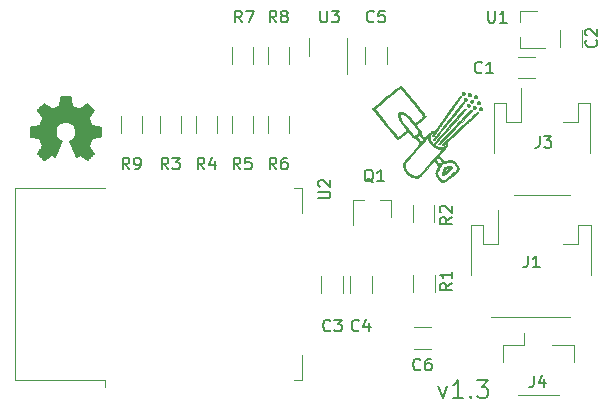
<source format=gbr>
G04 #@! TF.GenerationSoftware,KiCad,Pcbnew,(5.1.9-0-10_14)*
G04 #@! TF.CreationDate,2021-09-10T21:54:05+01:00*
G04 #@! TF.ProjectId,esp12f-si7021-v1.3,65737031-3266-42d7-9369-373032312d76,rev?*
G04 #@! TF.SameCoordinates,Original*
G04 #@! TF.FileFunction,Legend,Top*
G04 #@! TF.FilePolarity,Positive*
%FSLAX46Y46*%
G04 Gerber Fmt 4.6, Leading zero omitted, Abs format (unit mm)*
G04 Created by KiCad (PCBNEW (5.1.9-0-10_14)) date 2021-09-10 21:54:05*
%MOMM*%
%LPD*%
G01*
G04 APERTURE LIST*
%ADD10C,0.200000*%
%ADD11C,0.010000*%
%ADD12C,0.120000*%
%ADD13C,0.150000*%
G04 APERTURE END LIST*
D10*
X49876342Y-45962011D02*
X50233485Y-46962011D01*
X50590628Y-45962011D01*
X51947771Y-46962011D02*
X51090628Y-46962011D01*
X51519200Y-46962011D02*
X51519200Y-45462011D01*
X51376342Y-45676297D01*
X51233485Y-45819154D01*
X51090628Y-45890582D01*
X52590628Y-46819154D02*
X52662057Y-46890582D01*
X52590628Y-46962011D01*
X52519200Y-46890582D01*
X52590628Y-46819154D01*
X52590628Y-46962011D01*
X53162057Y-45462011D02*
X54090628Y-45462011D01*
X53590628Y-46033440D01*
X53804914Y-46033440D01*
X53947771Y-46104868D01*
X54019200Y-46176297D01*
X54090628Y-46319154D01*
X54090628Y-46676297D01*
X54019200Y-46819154D01*
X53947771Y-46890582D01*
X53804914Y-46962011D01*
X53376342Y-46962011D01*
X53233485Y-46890582D01*
X53162057Y-46819154D01*
D11*
G36*
X18341123Y-21390304D02*
G01*
X18419059Y-21390924D01*
X18492769Y-21392054D01*
X18559551Y-21393693D01*
X18616703Y-21395837D01*
X18661524Y-21398482D01*
X18691312Y-21401627D01*
X18703241Y-21405091D01*
X18707550Y-21417832D01*
X18714996Y-21448327D01*
X18725115Y-21494332D01*
X18737442Y-21553603D01*
X18751512Y-21623897D01*
X18766863Y-21702968D01*
X18783028Y-21788573D01*
X18786813Y-21808951D01*
X18807804Y-21920854D01*
X18825797Y-22013510D01*
X18840972Y-22087741D01*
X18853509Y-22144370D01*
X18863588Y-22184220D01*
X18871389Y-22208113D01*
X18875787Y-22215992D01*
X18888882Y-22223691D01*
X18917891Y-22237623D01*
X18959830Y-22256547D01*
X19011719Y-22279221D01*
X19070574Y-22304406D01*
X19133414Y-22330860D01*
X19197256Y-22357342D01*
X19259119Y-22382612D01*
X19316020Y-22405428D01*
X19364978Y-22424551D01*
X19403009Y-22438739D01*
X19427133Y-22446751D01*
X19433577Y-22448080D01*
X19444775Y-22442504D01*
X19470816Y-22426595D01*
X19509832Y-22401583D01*
X19559955Y-22368695D01*
X19619318Y-22329162D01*
X19686053Y-22284211D01*
X19758292Y-22235071D01*
X19782107Y-22218771D01*
X19878046Y-22153398D01*
X19958062Y-22099730D01*
X20022629Y-22057467D01*
X20072218Y-22026310D01*
X20107304Y-22005958D01*
X20128357Y-21996113D01*
X20134687Y-21995187D01*
X20146517Y-22003741D01*
X20170301Y-22024817D01*
X20204147Y-22056508D01*
X20246159Y-22096905D01*
X20294446Y-22144103D01*
X20347112Y-22196192D01*
X20402265Y-22251266D01*
X20458010Y-22307418D01*
X20512455Y-22362740D01*
X20563705Y-22415325D01*
X20609867Y-22463265D01*
X20649048Y-22504652D01*
X20679353Y-22537580D01*
X20698890Y-22560142D01*
X20705764Y-22570425D01*
X20700105Y-22581844D01*
X20684110Y-22608051D01*
X20659029Y-22647146D01*
X20626117Y-22697225D01*
X20586624Y-22756387D01*
X20541804Y-22822730D01*
X20492908Y-22894351D01*
X20482244Y-22909878D01*
X20432632Y-22982476D01*
X20386852Y-23050312D01*
X20346157Y-23111468D01*
X20311800Y-23164022D01*
X20285033Y-23206054D01*
X20267110Y-23235644D01*
X20259283Y-23250870D01*
X20259040Y-23252046D01*
X20262996Y-23266267D01*
X20274035Y-23296125D01*
X20290911Y-23338723D01*
X20312379Y-23391162D01*
X20337194Y-23450545D01*
X20364111Y-23513973D01*
X20391884Y-23578549D01*
X20419269Y-23641375D01*
X20445019Y-23699553D01*
X20467890Y-23750185D01*
X20486637Y-23790373D01*
X20500013Y-23817219D01*
X20506290Y-23827444D01*
X20519317Y-23832504D01*
X20550308Y-23840661D01*
X20597213Y-23851476D01*
X20657985Y-23864510D01*
X20730578Y-23879322D01*
X20812943Y-23895474D01*
X20899145Y-23911801D01*
X20984668Y-23927962D01*
X21064158Y-23943413D01*
X21135335Y-23957679D01*
X21195921Y-23970285D01*
X21243637Y-23980755D01*
X21276205Y-23988615D01*
X21291345Y-23993388D01*
X21291904Y-23993748D01*
X21295515Y-24006656D01*
X21298630Y-24037177D01*
X21301247Y-24082609D01*
X21303362Y-24140250D01*
X21304972Y-24207399D01*
X21306075Y-24281355D01*
X21306666Y-24359416D01*
X21306744Y-24438880D01*
X21306305Y-24517046D01*
X21305346Y-24591213D01*
X21303864Y-24658679D01*
X21301857Y-24716742D01*
X21299320Y-24762701D01*
X21296251Y-24793854D01*
X21292820Y-24807302D01*
X21282138Y-24813238D01*
X21257396Y-24821041D01*
X21217558Y-24830939D01*
X21161591Y-24843159D01*
X21088461Y-24857929D01*
X20997132Y-24875478D01*
X20909280Y-24891854D01*
X20824792Y-24907628D01*
X20746427Y-24922621D01*
X20676478Y-24936366D01*
X20617238Y-24948398D01*
X20571002Y-24958251D01*
X20540061Y-24965457D01*
X20526709Y-24969552D01*
X20526542Y-24969668D01*
X20519921Y-24981174D01*
X20507114Y-25008842D01*
X20489246Y-25049875D01*
X20467444Y-25101476D01*
X20442834Y-25160848D01*
X20416542Y-25225194D01*
X20389694Y-25291718D01*
X20363416Y-25357623D01*
X20338834Y-25420112D01*
X20317074Y-25476387D01*
X20299262Y-25523652D01*
X20286524Y-25559111D01*
X20279986Y-25579966D01*
X20279360Y-25583621D01*
X20284938Y-25595511D01*
X20300811Y-25622110D01*
X20325689Y-25661434D01*
X20358281Y-25711499D01*
X20397294Y-25770321D01*
X20441438Y-25835917D01*
X20488415Y-25904835D01*
X20536519Y-25975152D01*
X20581035Y-26040566D01*
X20620635Y-26099096D01*
X20653988Y-26148764D01*
X20679766Y-26187589D01*
X20696639Y-26213593D01*
X20703247Y-26224712D01*
X20697754Y-26235460D01*
X20679410Y-26258336D01*
X20650087Y-26291467D01*
X20611659Y-26332976D01*
X20565997Y-26380990D01*
X20514974Y-26433632D01*
X20460463Y-26489028D01*
X20404337Y-26545303D01*
X20348468Y-26600583D01*
X20294729Y-26652992D01*
X20244994Y-26700654D01*
X20201133Y-26741697D01*
X20165021Y-26774243D01*
X20138530Y-26796420D01*
X20123532Y-26806350D01*
X20121948Y-26806705D01*
X20108219Y-26801111D01*
X20080401Y-26785390D01*
X20041013Y-26761126D01*
X19992574Y-26729900D01*
X19937603Y-26693296D01*
X19893280Y-26663042D01*
X19828983Y-26618787D01*
X19763912Y-26574165D01*
X19701963Y-26531831D01*
X19647028Y-26494447D01*
X19603004Y-26464670D01*
X19586631Y-26453686D01*
X19488263Y-26387981D01*
X19335543Y-26467810D01*
X19279080Y-26497061D01*
X19237749Y-26517628D01*
X19208840Y-26530555D01*
X19189644Y-26536885D01*
X19177452Y-26537663D01*
X19169556Y-26533932D01*
X19167918Y-26532400D01*
X19161310Y-26520305D01*
X19147863Y-26491264D01*
X19128356Y-26447159D01*
X19103567Y-26389870D01*
X19074272Y-26321279D01*
X19041251Y-26243267D01*
X19005281Y-26157714D01*
X18967140Y-26066503D01*
X18927606Y-25971513D01*
X18887457Y-25874627D01*
X18847471Y-25777725D01*
X18808426Y-25682688D01*
X18771099Y-25591397D01*
X18736270Y-25505734D01*
X18704714Y-25427580D01*
X18677212Y-25358816D01*
X18654540Y-25301322D01*
X18637476Y-25256980D01*
X18626799Y-25227671D01*
X18623280Y-25215430D01*
X18629562Y-25200577D01*
X18649630Y-25180871D01*
X18685313Y-25154670D01*
X18707100Y-25140228D01*
X18748208Y-25110760D01*
X18796789Y-25071630D01*
X18846542Y-25028117D01*
X18887971Y-24988711D01*
X18930591Y-24945063D01*
X18962258Y-24909411D01*
X18987099Y-24876125D01*
X19009238Y-24839577D01*
X19032800Y-24794139D01*
X19037365Y-24784880D01*
X19071181Y-24712397D01*
X19095296Y-24650281D01*
X19111250Y-24591970D01*
X19120582Y-24530905D01*
X19124834Y-24460522D01*
X19125595Y-24408960D01*
X19125173Y-24346318D01*
X19122982Y-24298016D01*
X19118401Y-24258103D01*
X19110806Y-24220631D01*
X19102750Y-24190520D01*
X19056961Y-24066261D01*
X18994639Y-23952733D01*
X18917099Y-23851225D01*
X18825650Y-23763024D01*
X18721607Y-23689419D01*
X18606279Y-23631699D01*
X18496280Y-23595010D01*
X18415213Y-23579982D01*
X18323719Y-23573209D01*
X18229731Y-23574685D01*
X18141183Y-23584405D01*
X18089880Y-23595254D01*
X17969863Y-23636847D01*
X17859435Y-23694593D01*
X17759810Y-23766727D01*
X17672205Y-23851487D01*
X17597836Y-23947105D01*
X17537919Y-24051819D01*
X17493671Y-24163863D01*
X17466308Y-24281473D01*
X17457045Y-24402883D01*
X17463768Y-24503724D01*
X17489061Y-24630682D01*
X17530329Y-24747021D01*
X17588365Y-24853995D01*
X17663960Y-24952857D01*
X17757905Y-25044860D01*
X17851120Y-25117435D01*
X17891943Y-25146907D01*
X17926716Y-25173068D01*
X17952023Y-25193272D01*
X17964449Y-25204875D01*
X17964916Y-25205570D01*
X17966288Y-25208139D01*
X17967081Y-25211356D01*
X17966808Y-25216446D01*
X17964985Y-25224633D01*
X17961126Y-25237141D01*
X17954746Y-25255197D01*
X17945360Y-25280023D01*
X17932483Y-25312845D01*
X17915628Y-25354888D01*
X17894311Y-25407376D01*
X17868046Y-25471533D01*
X17836348Y-25548585D01*
X17798732Y-25639755D01*
X17754712Y-25746269D01*
X17703803Y-25869351D01*
X17657519Y-25981224D01*
X17602254Y-26114238D01*
X17554239Y-26228588D01*
X17513352Y-26324550D01*
X17479472Y-26402398D01*
X17452479Y-26462404D01*
X17432252Y-26504844D01*
X17418671Y-26529991D01*
X17412049Y-26538058D01*
X17396195Y-26535460D01*
X17365406Y-26523498D01*
X17322169Y-26503269D01*
X17268968Y-26475868D01*
X17259649Y-26470865D01*
X17210825Y-26445252D01*
X17166880Y-26423564D01*
X17131539Y-26407538D01*
X17108524Y-26398908D01*
X17103165Y-26397901D01*
X17090025Y-26403472D01*
X17062276Y-26419367D01*
X17021970Y-26444273D01*
X16971155Y-26476876D01*
X16911883Y-26515865D01*
X16846202Y-26559926D01*
X16784152Y-26602250D01*
X16714501Y-26649717D01*
X16649444Y-26693285D01*
X16591028Y-26731639D01*
X16541303Y-26763466D01*
X16502318Y-26787453D01*
X16476124Y-26802284D01*
X16465237Y-26806720D01*
X16452030Y-26799862D01*
X16426121Y-26779158D01*
X16387294Y-26744409D01*
X16335338Y-26695418D01*
X16270040Y-26631987D01*
X16191186Y-26553919D01*
X16167030Y-26529791D01*
X16085055Y-26447216D01*
X16017243Y-26377698D01*
X15963735Y-26321388D01*
X15924669Y-26278437D01*
X15900186Y-26248995D01*
X15890426Y-26233212D01*
X15890240Y-26231977D01*
X15895830Y-26219024D01*
X15911737Y-26191421D01*
X15936662Y-26151190D01*
X15969306Y-26100353D01*
X16008372Y-26040934D01*
X16052561Y-25974955D01*
X16098520Y-25907436D01*
X16146401Y-25837071D01*
X16190404Y-25771329D01*
X16229230Y-25712234D01*
X16261583Y-25661807D01*
X16286162Y-25622071D01*
X16301670Y-25595047D01*
X16306819Y-25582950D01*
X16303070Y-25567336D01*
X16292585Y-25535927D01*
X16276522Y-25491620D01*
X16256040Y-25437312D01*
X16232299Y-25375900D01*
X16206458Y-25310281D01*
X16179677Y-25243351D01*
X16153113Y-25178006D01*
X16127928Y-25117144D01*
X16105279Y-25063661D01*
X16086326Y-25020455D01*
X16072229Y-24990420D01*
X16064146Y-24976456D01*
X16064082Y-24976390D01*
X16051304Y-24969852D01*
X16023303Y-24961317D01*
X15979162Y-24950581D01*
X15917962Y-24937440D01*
X15838788Y-24921690D01*
X15740722Y-24903126D01*
X15707360Y-24896956D01*
X15605833Y-24878250D01*
X15522462Y-24862783D01*
X15455417Y-24850099D01*
X15402871Y-24839743D01*
X15362997Y-24831262D01*
X15333967Y-24824201D01*
X15313954Y-24818105D01*
X15301131Y-24812520D01*
X15293669Y-24806992D01*
X15289741Y-24801065D01*
X15287521Y-24794286D01*
X15287023Y-24792421D01*
X15285628Y-24777314D01*
X15284338Y-24744305D01*
X15283191Y-24695812D01*
X15282223Y-24634254D01*
X15281474Y-24562049D01*
X15280980Y-24481616D01*
X15280779Y-24395371D01*
X15280778Y-24393121D01*
X15280911Y-24288835D01*
X15281428Y-24203324D01*
X15282377Y-24135049D01*
X15283809Y-24082469D01*
X15285771Y-24044043D01*
X15288313Y-24018230D01*
X15291485Y-24003489D01*
X15293340Y-23999766D01*
X15302500Y-23994062D01*
X15323185Y-23986945D01*
X15356735Y-23978117D01*
X15404494Y-23967279D01*
X15467801Y-23954132D01*
X15548000Y-23938378D01*
X15646431Y-23919718D01*
X15685854Y-23912368D01*
X15789386Y-23892944D01*
X15874448Y-23876531D01*
X15942608Y-23862778D01*
X15995437Y-23851332D01*
X16034503Y-23841842D01*
X16061375Y-23833954D01*
X16077623Y-23827318D01*
X16083619Y-23823122D01*
X16092678Y-23808518D01*
X16107988Y-23778154D01*
X16128281Y-23734995D01*
X16152290Y-23682008D01*
X16178744Y-23622160D01*
X16206377Y-23558415D01*
X16233921Y-23493741D01*
X16260106Y-23431104D01*
X16283665Y-23373469D01*
X16303330Y-23323804D01*
X16317831Y-23285073D01*
X16325902Y-23260243D01*
X16327140Y-23253576D01*
X16321497Y-23240087D01*
X16305373Y-23211831D01*
X16279963Y-23170668D01*
X16246461Y-23118463D01*
X16206062Y-23057078D01*
X16159960Y-22988376D01*
X16112154Y-22918296D01*
X16063256Y-22846717D01*
X16018001Y-22779625D01*
X15977704Y-22719032D01*
X15943680Y-22666954D01*
X15917245Y-22625404D01*
X15899714Y-22596397D01*
X15892401Y-22581946D01*
X15892323Y-22581618D01*
X15892877Y-22573671D01*
X15898095Y-22562396D01*
X15909203Y-22546439D01*
X15927430Y-22524444D01*
X15954001Y-22495053D01*
X15990145Y-22456913D01*
X16037087Y-22408666D01*
X16096055Y-22348957D01*
X16168276Y-22276431D01*
X16170788Y-22273915D01*
X16247113Y-22197971D01*
X16313468Y-22132972D01*
X16369133Y-22079594D01*
X16413384Y-22038514D01*
X16445499Y-22010406D01*
X16464756Y-21995949D01*
X16469783Y-21994092D01*
X16481455Y-22000578D01*
X16507885Y-22017340D01*
X16547128Y-22043079D01*
X16597238Y-22076497D01*
X16656273Y-22116298D01*
X16722286Y-22161183D01*
X16793333Y-22209854D01*
X16799983Y-22214428D01*
X16871874Y-22263681D01*
X16939337Y-22309504D01*
X17000352Y-22350555D01*
X17052895Y-22385490D01*
X17094946Y-22412964D01*
X17124481Y-22431635D01*
X17139480Y-22440158D01*
X17139920Y-22440335D01*
X17150273Y-22442089D01*
X17165663Y-22440475D01*
X17188207Y-22434767D01*
X17220019Y-22424241D01*
X17263217Y-22408174D01*
X17319918Y-22385841D01*
X17392237Y-22356517D01*
X17429480Y-22341242D01*
X17498531Y-22312857D01*
X17561742Y-22286878D01*
X17616586Y-22264344D01*
X17660538Y-22246292D01*
X17691072Y-22233761D01*
X17705661Y-22227786D01*
X17706247Y-22227548D01*
X17711339Y-22224329D01*
X17716258Y-22217789D01*
X17721399Y-22206165D01*
X17727161Y-22187697D01*
X17733939Y-22160624D01*
X17742130Y-22123184D01*
X17752131Y-22073617D01*
X17764340Y-22010160D01*
X17779152Y-21931053D01*
X17796965Y-21834535D01*
X17806497Y-21782600D01*
X17826206Y-21676546D01*
X17842982Y-21589526D01*
X17857055Y-21520500D01*
X17868652Y-21468428D01*
X17878002Y-21432271D01*
X17885334Y-21410990D01*
X17889678Y-21404140D01*
X17904166Y-21400554D01*
X17936042Y-21397505D01*
X17982602Y-21394990D01*
X18041146Y-21393005D01*
X18108971Y-21391547D01*
X18183377Y-21390613D01*
X18261661Y-21390200D01*
X18341123Y-21390304D01*
G37*
X18341123Y-21390304D02*
X18419059Y-21390924D01*
X18492769Y-21392054D01*
X18559551Y-21393693D01*
X18616703Y-21395837D01*
X18661524Y-21398482D01*
X18691312Y-21401627D01*
X18703241Y-21405091D01*
X18707550Y-21417832D01*
X18714996Y-21448327D01*
X18725115Y-21494332D01*
X18737442Y-21553603D01*
X18751512Y-21623897D01*
X18766863Y-21702968D01*
X18783028Y-21788573D01*
X18786813Y-21808951D01*
X18807804Y-21920854D01*
X18825797Y-22013510D01*
X18840972Y-22087741D01*
X18853509Y-22144370D01*
X18863588Y-22184220D01*
X18871389Y-22208113D01*
X18875787Y-22215992D01*
X18888882Y-22223691D01*
X18917891Y-22237623D01*
X18959830Y-22256547D01*
X19011719Y-22279221D01*
X19070574Y-22304406D01*
X19133414Y-22330860D01*
X19197256Y-22357342D01*
X19259119Y-22382612D01*
X19316020Y-22405428D01*
X19364978Y-22424551D01*
X19403009Y-22438739D01*
X19427133Y-22446751D01*
X19433577Y-22448080D01*
X19444775Y-22442504D01*
X19470816Y-22426595D01*
X19509832Y-22401583D01*
X19559955Y-22368695D01*
X19619318Y-22329162D01*
X19686053Y-22284211D01*
X19758292Y-22235071D01*
X19782107Y-22218771D01*
X19878046Y-22153398D01*
X19958062Y-22099730D01*
X20022629Y-22057467D01*
X20072218Y-22026310D01*
X20107304Y-22005958D01*
X20128357Y-21996113D01*
X20134687Y-21995187D01*
X20146517Y-22003741D01*
X20170301Y-22024817D01*
X20204147Y-22056508D01*
X20246159Y-22096905D01*
X20294446Y-22144103D01*
X20347112Y-22196192D01*
X20402265Y-22251266D01*
X20458010Y-22307418D01*
X20512455Y-22362740D01*
X20563705Y-22415325D01*
X20609867Y-22463265D01*
X20649048Y-22504652D01*
X20679353Y-22537580D01*
X20698890Y-22560142D01*
X20705764Y-22570425D01*
X20700105Y-22581844D01*
X20684110Y-22608051D01*
X20659029Y-22647146D01*
X20626117Y-22697225D01*
X20586624Y-22756387D01*
X20541804Y-22822730D01*
X20492908Y-22894351D01*
X20482244Y-22909878D01*
X20432632Y-22982476D01*
X20386852Y-23050312D01*
X20346157Y-23111468D01*
X20311800Y-23164022D01*
X20285033Y-23206054D01*
X20267110Y-23235644D01*
X20259283Y-23250870D01*
X20259040Y-23252046D01*
X20262996Y-23266267D01*
X20274035Y-23296125D01*
X20290911Y-23338723D01*
X20312379Y-23391162D01*
X20337194Y-23450545D01*
X20364111Y-23513973D01*
X20391884Y-23578549D01*
X20419269Y-23641375D01*
X20445019Y-23699553D01*
X20467890Y-23750185D01*
X20486637Y-23790373D01*
X20500013Y-23817219D01*
X20506290Y-23827444D01*
X20519317Y-23832504D01*
X20550308Y-23840661D01*
X20597213Y-23851476D01*
X20657985Y-23864510D01*
X20730578Y-23879322D01*
X20812943Y-23895474D01*
X20899145Y-23911801D01*
X20984668Y-23927962D01*
X21064158Y-23943413D01*
X21135335Y-23957679D01*
X21195921Y-23970285D01*
X21243637Y-23980755D01*
X21276205Y-23988615D01*
X21291345Y-23993388D01*
X21291904Y-23993748D01*
X21295515Y-24006656D01*
X21298630Y-24037177D01*
X21301247Y-24082609D01*
X21303362Y-24140250D01*
X21304972Y-24207399D01*
X21306075Y-24281355D01*
X21306666Y-24359416D01*
X21306744Y-24438880D01*
X21306305Y-24517046D01*
X21305346Y-24591213D01*
X21303864Y-24658679D01*
X21301857Y-24716742D01*
X21299320Y-24762701D01*
X21296251Y-24793854D01*
X21292820Y-24807302D01*
X21282138Y-24813238D01*
X21257396Y-24821041D01*
X21217558Y-24830939D01*
X21161591Y-24843159D01*
X21088461Y-24857929D01*
X20997132Y-24875478D01*
X20909280Y-24891854D01*
X20824792Y-24907628D01*
X20746427Y-24922621D01*
X20676478Y-24936366D01*
X20617238Y-24948398D01*
X20571002Y-24958251D01*
X20540061Y-24965457D01*
X20526709Y-24969552D01*
X20526542Y-24969668D01*
X20519921Y-24981174D01*
X20507114Y-25008842D01*
X20489246Y-25049875D01*
X20467444Y-25101476D01*
X20442834Y-25160848D01*
X20416542Y-25225194D01*
X20389694Y-25291718D01*
X20363416Y-25357623D01*
X20338834Y-25420112D01*
X20317074Y-25476387D01*
X20299262Y-25523652D01*
X20286524Y-25559111D01*
X20279986Y-25579966D01*
X20279360Y-25583621D01*
X20284938Y-25595511D01*
X20300811Y-25622110D01*
X20325689Y-25661434D01*
X20358281Y-25711499D01*
X20397294Y-25770321D01*
X20441438Y-25835917D01*
X20488415Y-25904835D01*
X20536519Y-25975152D01*
X20581035Y-26040566D01*
X20620635Y-26099096D01*
X20653988Y-26148764D01*
X20679766Y-26187589D01*
X20696639Y-26213593D01*
X20703247Y-26224712D01*
X20697754Y-26235460D01*
X20679410Y-26258336D01*
X20650087Y-26291467D01*
X20611659Y-26332976D01*
X20565997Y-26380990D01*
X20514974Y-26433632D01*
X20460463Y-26489028D01*
X20404337Y-26545303D01*
X20348468Y-26600583D01*
X20294729Y-26652992D01*
X20244994Y-26700654D01*
X20201133Y-26741697D01*
X20165021Y-26774243D01*
X20138530Y-26796420D01*
X20123532Y-26806350D01*
X20121948Y-26806705D01*
X20108219Y-26801111D01*
X20080401Y-26785390D01*
X20041013Y-26761126D01*
X19992574Y-26729900D01*
X19937603Y-26693296D01*
X19893280Y-26663042D01*
X19828983Y-26618787D01*
X19763912Y-26574165D01*
X19701963Y-26531831D01*
X19647028Y-26494447D01*
X19603004Y-26464670D01*
X19586631Y-26453686D01*
X19488263Y-26387981D01*
X19335543Y-26467810D01*
X19279080Y-26497061D01*
X19237749Y-26517628D01*
X19208840Y-26530555D01*
X19189644Y-26536885D01*
X19177452Y-26537663D01*
X19169556Y-26533932D01*
X19167918Y-26532400D01*
X19161310Y-26520305D01*
X19147863Y-26491264D01*
X19128356Y-26447159D01*
X19103567Y-26389870D01*
X19074272Y-26321279D01*
X19041251Y-26243267D01*
X19005281Y-26157714D01*
X18967140Y-26066503D01*
X18927606Y-25971513D01*
X18887457Y-25874627D01*
X18847471Y-25777725D01*
X18808426Y-25682688D01*
X18771099Y-25591397D01*
X18736270Y-25505734D01*
X18704714Y-25427580D01*
X18677212Y-25358816D01*
X18654540Y-25301322D01*
X18637476Y-25256980D01*
X18626799Y-25227671D01*
X18623280Y-25215430D01*
X18629562Y-25200577D01*
X18649630Y-25180871D01*
X18685313Y-25154670D01*
X18707100Y-25140228D01*
X18748208Y-25110760D01*
X18796789Y-25071630D01*
X18846542Y-25028117D01*
X18887971Y-24988711D01*
X18930591Y-24945063D01*
X18962258Y-24909411D01*
X18987099Y-24876125D01*
X19009238Y-24839577D01*
X19032800Y-24794139D01*
X19037365Y-24784880D01*
X19071181Y-24712397D01*
X19095296Y-24650281D01*
X19111250Y-24591970D01*
X19120582Y-24530905D01*
X19124834Y-24460522D01*
X19125595Y-24408960D01*
X19125173Y-24346318D01*
X19122982Y-24298016D01*
X19118401Y-24258103D01*
X19110806Y-24220631D01*
X19102750Y-24190520D01*
X19056961Y-24066261D01*
X18994639Y-23952733D01*
X18917099Y-23851225D01*
X18825650Y-23763024D01*
X18721607Y-23689419D01*
X18606279Y-23631699D01*
X18496280Y-23595010D01*
X18415213Y-23579982D01*
X18323719Y-23573209D01*
X18229731Y-23574685D01*
X18141183Y-23584405D01*
X18089880Y-23595254D01*
X17969863Y-23636847D01*
X17859435Y-23694593D01*
X17759810Y-23766727D01*
X17672205Y-23851487D01*
X17597836Y-23947105D01*
X17537919Y-24051819D01*
X17493671Y-24163863D01*
X17466308Y-24281473D01*
X17457045Y-24402883D01*
X17463768Y-24503724D01*
X17489061Y-24630682D01*
X17530329Y-24747021D01*
X17588365Y-24853995D01*
X17663960Y-24952857D01*
X17757905Y-25044860D01*
X17851120Y-25117435D01*
X17891943Y-25146907D01*
X17926716Y-25173068D01*
X17952023Y-25193272D01*
X17964449Y-25204875D01*
X17964916Y-25205570D01*
X17966288Y-25208139D01*
X17967081Y-25211356D01*
X17966808Y-25216446D01*
X17964985Y-25224633D01*
X17961126Y-25237141D01*
X17954746Y-25255197D01*
X17945360Y-25280023D01*
X17932483Y-25312845D01*
X17915628Y-25354888D01*
X17894311Y-25407376D01*
X17868046Y-25471533D01*
X17836348Y-25548585D01*
X17798732Y-25639755D01*
X17754712Y-25746269D01*
X17703803Y-25869351D01*
X17657519Y-25981224D01*
X17602254Y-26114238D01*
X17554239Y-26228588D01*
X17513352Y-26324550D01*
X17479472Y-26402398D01*
X17452479Y-26462404D01*
X17432252Y-26504844D01*
X17418671Y-26529991D01*
X17412049Y-26538058D01*
X17396195Y-26535460D01*
X17365406Y-26523498D01*
X17322169Y-26503269D01*
X17268968Y-26475868D01*
X17259649Y-26470865D01*
X17210825Y-26445252D01*
X17166880Y-26423564D01*
X17131539Y-26407538D01*
X17108524Y-26398908D01*
X17103165Y-26397901D01*
X17090025Y-26403472D01*
X17062276Y-26419367D01*
X17021970Y-26444273D01*
X16971155Y-26476876D01*
X16911883Y-26515865D01*
X16846202Y-26559926D01*
X16784152Y-26602250D01*
X16714501Y-26649717D01*
X16649444Y-26693285D01*
X16591028Y-26731639D01*
X16541303Y-26763466D01*
X16502318Y-26787453D01*
X16476124Y-26802284D01*
X16465237Y-26806720D01*
X16452030Y-26799862D01*
X16426121Y-26779158D01*
X16387294Y-26744409D01*
X16335338Y-26695418D01*
X16270040Y-26631987D01*
X16191186Y-26553919D01*
X16167030Y-26529791D01*
X16085055Y-26447216D01*
X16017243Y-26377698D01*
X15963735Y-26321388D01*
X15924669Y-26278437D01*
X15900186Y-26248995D01*
X15890426Y-26233212D01*
X15890240Y-26231977D01*
X15895830Y-26219024D01*
X15911737Y-26191421D01*
X15936662Y-26151190D01*
X15969306Y-26100353D01*
X16008372Y-26040934D01*
X16052561Y-25974955D01*
X16098520Y-25907436D01*
X16146401Y-25837071D01*
X16190404Y-25771329D01*
X16229230Y-25712234D01*
X16261583Y-25661807D01*
X16286162Y-25622071D01*
X16301670Y-25595047D01*
X16306819Y-25582950D01*
X16303070Y-25567336D01*
X16292585Y-25535927D01*
X16276522Y-25491620D01*
X16256040Y-25437312D01*
X16232299Y-25375900D01*
X16206458Y-25310281D01*
X16179677Y-25243351D01*
X16153113Y-25178006D01*
X16127928Y-25117144D01*
X16105279Y-25063661D01*
X16086326Y-25020455D01*
X16072229Y-24990420D01*
X16064146Y-24976456D01*
X16064082Y-24976390D01*
X16051304Y-24969852D01*
X16023303Y-24961317D01*
X15979162Y-24950581D01*
X15917962Y-24937440D01*
X15838788Y-24921690D01*
X15740722Y-24903126D01*
X15707360Y-24896956D01*
X15605833Y-24878250D01*
X15522462Y-24862783D01*
X15455417Y-24850099D01*
X15402871Y-24839743D01*
X15362997Y-24831262D01*
X15333967Y-24824201D01*
X15313954Y-24818105D01*
X15301131Y-24812520D01*
X15293669Y-24806992D01*
X15289741Y-24801065D01*
X15287521Y-24794286D01*
X15287023Y-24792421D01*
X15285628Y-24777314D01*
X15284338Y-24744305D01*
X15283191Y-24695812D01*
X15282223Y-24634254D01*
X15281474Y-24562049D01*
X15280980Y-24481616D01*
X15280779Y-24395371D01*
X15280778Y-24393121D01*
X15280911Y-24288835D01*
X15281428Y-24203324D01*
X15282377Y-24135049D01*
X15283809Y-24082469D01*
X15285771Y-24044043D01*
X15288313Y-24018230D01*
X15291485Y-24003489D01*
X15293340Y-23999766D01*
X15302500Y-23994062D01*
X15323185Y-23986945D01*
X15356735Y-23978117D01*
X15404494Y-23967279D01*
X15467801Y-23954132D01*
X15548000Y-23938378D01*
X15646431Y-23919718D01*
X15685854Y-23912368D01*
X15789386Y-23892944D01*
X15874448Y-23876531D01*
X15942608Y-23862778D01*
X15995437Y-23851332D01*
X16034503Y-23841842D01*
X16061375Y-23833954D01*
X16077623Y-23827318D01*
X16083619Y-23823122D01*
X16092678Y-23808518D01*
X16107988Y-23778154D01*
X16128281Y-23734995D01*
X16152290Y-23682008D01*
X16178744Y-23622160D01*
X16206377Y-23558415D01*
X16233921Y-23493741D01*
X16260106Y-23431104D01*
X16283665Y-23373469D01*
X16303330Y-23323804D01*
X16317831Y-23285073D01*
X16325902Y-23260243D01*
X16327140Y-23253576D01*
X16321497Y-23240087D01*
X16305373Y-23211831D01*
X16279963Y-23170668D01*
X16246461Y-23118463D01*
X16206062Y-23057078D01*
X16159960Y-22988376D01*
X16112154Y-22918296D01*
X16063256Y-22846717D01*
X16018001Y-22779625D01*
X15977704Y-22719032D01*
X15943680Y-22666954D01*
X15917245Y-22625404D01*
X15899714Y-22596397D01*
X15892401Y-22581946D01*
X15892323Y-22581618D01*
X15892877Y-22573671D01*
X15898095Y-22562396D01*
X15909203Y-22546439D01*
X15927430Y-22524444D01*
X15954001Y-22495053D01*
X15990145Y-22456913D01*
X16037087Y-22408666D01*
X16096055Y-22348957D01*
X16168276Y-22276431D01*
X16170788Y-22273915D01*
X16247113Y-22197971D01*
X16313468Y-22132972D01*
X16369133Y-22079594D01*
X16413384Y-22038514D01*
X16445499Y-22010406D01*
X16464756Y-21995949D01*
X16469783Y-21994092D01*
X16481455Y-22000578D01*
X16507885Y-22017340D01*
X16547128Y-22043079D01*
X16597238Y-22076497D01*
X16656273Y-22116298D01*
X16722286Y-22161183D01*
X16793333Y-22209854D01*
X16799983Y-22214428D01*
X16871874Y-22263681D01*
X16939337Y-22309504D01*
X17000352Y-22350555D01*
X17052895Y-22385490D01*
X17094946Y-22412964D01*
X17124481Y-22431635D01*
X17139480Y-22440158D01*
X17139920Y-22440335D01*
X17150273Y-22442089D01*
X17165663Y-22440475D01*
X17188207Y-22434767D01*
X17220019Y-22424241D01*
X17263217Y-22408174D01*
X17319918Y-22385841D01*
X17392237Y-22356517D01*
X17429480Y-22341242D01*
X17498531Y-22312857D01*
X17561742Y-22286878D01*
X17616586Y-22264344D01*
X17660538Y-22246292D01*
X17691072Y-22233761D01*
X17705661Y-22227786D01*
X17706247Y-22227548D01*
X17711339Y-22224329D01*
X17716258Y-22217789D01*
X17721399Y-22206165D01*
X17727161Y-22187697D01*
X17733939Y-22160624D01*
X17742130Y-22123184D01*
X17752131Y-22073617D01*
X17764340Y-22010160D01*
X17779152Y-21931053D01*
X17796965Y-21834535D01*
X17806497Y-21782600D01*
X17826206Y-21676546D01*
X17842982Y-21589526D01*
X17857055Y-21520500D01*
X17868652Y-21468428D01*
X17878002Y-21432271D01*
X17885334Y-21410990D01*
X17889678Y-21404140D01*
X17904166Y-21400554D01*
X17936042Y-21397505D01*
X17982602Y-21394990D01*
X18041146Y-21393005D01*
X18108971Y-21391547D01*
X18183377Y-21390613D01*
X18261661Y-21390200D01*
X18341123Y-21390304D01*
G36*
X46676250Y-20514838D02*
G01*
X46701104Y-20533764D01*
X46736004Y-20568501D01*
X46784850Y-20623181D01*
X46851540Y-20701934D01*
X46939971Y-20808890D01*
X47037431Y-20927860D01*
X47111445Y-21018252D01*
X47184654Y-21107441D01*
X47245603Y-21181478D01*
X47267091Y-21207480D01*
X47310926Y-21260713D01*
X47376212Y-21340382D01*
X47455264Y-21437092D01*
X47540396Y-21541447D01*
X47571495Y-21579620D01*
X47642501Y-21666741D01*
X47737057Y-21782643D01*
X47849473Y-21920359D01*
X47974062Y-22072923D01*
X48105135Y-22233369D01*
X48237002Y-22394729D01*
X48293085Y-22463335D01*
X48410936Y-22608647D01*
X48518837Y-22743919D01*
X48613389Y-22864717D01*
X48691196Y-22966609D01*
X48748861Y-23045163D01*
X48782987Y-23095946D01*
X48791091Y-23113163D01*
X48773269Y-23141223D01*
X48721979Y-23194279D01*
X48640486Y-23269335D01*
X48532054Y-23363395D01*
X48399945Y-23473464D01*
X48387000Y-23484058D01*
X48270815Y-23579827D01*
X48167693Y-23666404D01*
X48082709Y-23739400D01*
X48020939Y-23794421D01*
X47987457Y-23827078D01*
X47982909Y-23833702D01*
X47996843Y-23858095D01*
X48034772Y-23910105D01*
X48090887Y-23982073D01*
X48158702Y-24065517D01*
X48248181Y-24176219D01*
X48310093Y-24260707D01*
X48348348Y-24326562D01*
X48366855Y-24381365D01*
X48369522Y-24432697D01*
X48365023Y-24465637D01*
X48362153Y-24501289D01*
X48370962Y-24537692D01*
X48396131Y-24583314D01*
X48442345Y-24646623D01*
X48514285Y-24736088D01*
X48515193Y-24737195D01*
X48583224Y-24817336D01*
X48642610Y-24882077D01*
X48686360Y-24924118D01*
X48706111Y-24936554D01*
X48730187Y-24920046D01*
X48778675Y-24874692D01*
X48845636Y-24806454D01*
X48925134Y-24721295D01*
X48971688Y-24669812D01*
X49070137Y-24561124D01*
X49147064Y-24481714D01*
X49210947Y-24425749D01*
X49270262Y-24387394D01*
X49333487Y-24360817D01*
X49409100Y-24340184D01*
X49469917Y-24326988D01*
X49529473Y-24312438D01*
X49578919Y-24292495D01*
X49624591Y-24261186D01*
X49672823Y-24212538D01*
X49729950Y-24140576D01*
X49802309Y-24039328D01*
X49853273Y-23965530D01*
X49909720Y-23884185D01*
X49977776Y-23787336D01*
X50038000Y-23702551D01*
X50095119Y-23622491D01*
X50169972Y-23517275D01*
X50257183Y-23394488D01*
X50351375Y-23261718D01*
X50447173Y-23126552D01*
X50539199Y-22996576D01*
X50622078Y-22879378D01*
X50690433Y-22782543D01*
X50738888Y-22713659D01*
X50748057Y-22700557D01*
X50804768Y-22619438D01*
X50870118Y-22526072D01*
X50909694Y-22469586D01*
X50966407Y-22388186D01*
X51022199Y-22307314D01*
X51054000Y-22260687D01*
X51105819Y-22187341D01*
X51165506Y-22107324D01*
X51183609Y-22084010D01*
X51235433Y-22013954D01*
X51281101Y-21945282D01*
X51294008Y-21923454D01*
X51331850Y-21863034D01*
X51383115Y-21790152D01*
X51406853Y-21758794D01*
X51461280Y-21687032D01*
X51525878Y-21599169D01*
X51573470Y-21532798D01*
X51632573Y-21456501D01*
X51677457Y-21416945D01*
X51711779Y-21408822D01*
X51735258Y-21412515D01*
X51753154Y-21418220D01*
X51763653Y-21428968D01*
X51764943Y-21447794D01*
X51755209Y-21477732D01*
X51732639Y-21521813D01*
X51695420Y-21583072D01*
X51641739Y-21664542D01*
X51569781Y-21769257D01*
X51477735Y-21900248D01*
X51363787Y-22060551D01*
X51226123Y-22253199D01*
X51110353Y-22414962D01*
X51027098Y-22531882D01*
X50950215Y-22640961D01*
X50884966Y-22734648D01*
X50836614Y-22805391D01*
X50811545Y-22843770D01*
X50763830Y-22916409D01*
X50712983Y-22986112D01*
X50712078Y-22987262D01*
X50632907Y-23091249D01*
X50545467Y-23211475D01*
X50466240Y-23325191D01*
X50453636Y-23343943D01*
X50416679Y-23398381D01*
X50364219Y-23473996D01*
X50293461Y-23574765D01*
X50201613Y-23704666D01*
X50085878Y-23867676D01*
X50072636Y-23886300D01*
X50018554Y-23962914D01*
X49956275Y-24051933D01*
X49922545Y-24100492D01*
X49837919Y-24221795D01*
X49750844Y-24344883D01*
X49665773Y-24463645D01*
X49587156Y-24571969D01*
X49519446Y-24663744D01*
X49467093Y-24732858D01*
X49434548Y-24773199D01*
X49427196Y-24780601D01*
X49379333Y-24802226D01*
X49351925Y-24790087D01*
X49344164Y-24751416D01*
X49355241Y-24693445D01*
X49384348Y-24623405D01*
X49430677Y-24548527D01*
X49456855Y-24515267D01*
X49481012Y-24476025D01*
X49468432Y-24461065D01*
X49421896Y-24470771D01*
X49353189Y-24500959D01*
X49248083Y-24568587D01*
X49181983Y-24650713D01*
X49147960Y-24757083D01*
X49142805Y-24796891D01*
X49145361Y-24883613D01*
X49163764Y-24988377D01*
X49193397Y-25093712D01*
X49229642Y-25182143D01*
X49255510Y-25223458D01*
X49280197Y-25254007D01*
X49323476Y-25307795D01*
X49365747Y-25360431D01*
X49497003Y-25497187D01*
X49645912Y-25606578D01*
X49805133Y-25685848D01*
X49967325Y-25732245D01*
X50125146Y-25743016D01*
X50271255Y-25715408D01*
X50291830Y-25707737D01*
X50376465Y-25656517D01*
X50443748Y-25583420D01*
X50486568Y-25500132D01*
X50497816Y-25418339D01*
X50489716Y-25382525D01*
X50476199Y-25365470D01*
X50452508Y-25374317D01*
X50411018Y-25413307D01*
X50385984Y-25440201D01*
X50316506Y-25502928D01*
X50254253Y-25534654D01*
X50206574Y-25532540D01*
X50189379Y-25516175D01*
X50183597Y-25498530D01*
X50188613Y-25475882D01*
X50207715Y-25444708D01*
X50244189Y-25401481D01*
X50301322Y-25342678D01*
X50382401Y-25264773D01*
X50490712Y-25164241D01*
X50629543Y-25037557D01*
X50669368Y-25001420D01*
X50842965Y-24843931D01*
X50987698Y-24712406D01*
X51108995Y-24601877D01*
X51212282Y-24507375D01*
X51302988Y-24423934D01*
X51386540Y-24346583D01*
X51468365Y-24270355D01*
X51484115Y-24255636D01*
X51708170Y-24046893D01*
X51926103Y-23845305D01*
X52135341Y-23653164D01*
X52333307Y-23472766D01*
X52517428Y-23306404D01*
X52685130Y-23156374D01*
X52833837Y-23024970D01*
X52960975Y-22914486D01*
X53063969Y-22827216D01*
X53140246Y-22765454D01*
X53187230Y-22731496D01*
X53201145Y-22725458D01*
X53232835Y-22750956D01*
X53242707Y-22778054D01*
X53232230Y-22814116D01*
X53190807Y-22868274D01*
X53115608Y-22943934D01*
X53070292Y-22985636D01*
X52789224Y-23242086D01*
X52543885Y-23470545D01*
X52466989Y-23542704D01*
X52382546Y-23621847D01*
X52344366Y-23657593D01*
X52304600Y-23694281D01*
X52235020Y-23757898D01*
X52140069Y-23844404D01*
X52024192Y-23949761D01*
X51891832Y-24069928D01*
X51747434Y-24200864D01*
X51595441Y-24338530D01*
X51573545Y-24358349D01*
X51422913Y-24494907D01*
X51281100Y-24623896D01*
X51152220Y-24741544D01*
X51040390Y-24844074D01*
X50949723Y-24927713D01*
X50884336Y-24988685D01*
X50848343Y-25023217D01*
X50845166Y-25026478D01*
X50783914Y-25084074D01*
X50715793Y-25138808D01*
X50712393Y-25141249D01*
X50671317Y-25174049D01*
X50648968Y-25207956D01*
X50639504Y-25258140D01*
X50637108Y-25336709D01*
X50629680Y-25433184D01*
X50611949Y-25527958D01*
X50596699Y-25576822D01*
X50566594Y-25629355D01*
X50508772Y-25709637D01*
X50427553Y-25812160D01*
X50327258Y-25931411D01*
X50245818Y-26024360D01*
X50150239Y-26132194D01*
X50064820Y-26229452D01*
X49994486Y-26310456D01*
X49944161Y-26369526D01*
X49918769Y-26400983D01*
X49917145Y-26403411D01*
X49924178Y-26433879D01*
X49960363Y-26494296D01*
X50023243Y-26580941D01*
X50090327Y-26665673D01*
X50172609Y-26766002D01*
X50235292Y-26835012D01*
X50288737Y-26876532D01*
X50343300Y-26894391D01*
X50409342Y-26892417D01*
X50497220Y-26874439D01*
X50591266Y-26850840D01*
X50764272Y-26815838D01*
X50908944Y-26809053D01*
X51034369Y-26833520D01*
X51149634Y-26892274D01*
X51263827Y-26988349D01*
X51376375Y-27113065D01*
X51485904Y-27255549D01*
X51558485Y-27376940D01*
X51595092Y-27482504D01*
X51596699Y-27577508D01*
X51564281Y-27667217D01*
X51498811Y-27756897D01*
X51496033Y-27759989D01*
X51454904Y-27800295D01*
X51383981Y-27864243D01*
X51289499Y-27946588D01*
X51177694Y-28042081D01*
X51054800Y-28145476D01*
X50927052Y-28251525D01*
X50800687Y-28354982D01*
X50681938Y-28450598D01*
X50580636Y-28530341D01*
X50441374Y-28622425D01*
X50315640Y-28671397D01*
X50201309Y-28677596D01*
X50096261Y-28641359D01*
X50055027Y-28614045D01*
X49986175Y-28552126D01*
X49904641Y-28464578D01*
X49820641Y-28363971D01*
X49744395Y-28262876D01*
X49686121Y-28173864D01*
X49665568Y-28134909D01*
X49629470Y-28025319D01*
X49622192Y-27915374D01*
X49770115Y-27915374D01*
X49778461Y-27999059D01*
X49811478Y-28081555D01*
X49869424Y-28172482D01*
X49908288Y-28224718D01*
X50023773Y-28366457D01*
X50120765Y-28465964D01*
X50199327Y-28523296D01*
X50252394Y-28538914D01*
X50306107Y-28527010D01*
X50370250Y-28497984D01*
X50378416Y-28493178D01*
X50423373Y-28461784D01*
X50496939Y-28405893D01*
X50592513Y-28330892D01*
X50703497Y-28242168D01*
X50823291Y-28145109D01*
X50945296Y-28045102D01*
X51062911Y-27947537D01*
X51169538Y-27857799D01*
X51258577Y-27781278D01*
X51323428Y-27723360D01*
X51336864Y-27710721D01*
X51401649Y-27640134D01*
X51438368Y-27574352D01*
X51445807Y-27506787D01*
X51422751Y-27430850D01*
X51367987Y-27339952D01*
X51280302Y-27227505D01*
X51238848Y-27178625D01*
X51150641Y-27083681D01*
X51074938Y-27020658D01*
X51001590Y-26981233D01*
X50995088Y-26978684D01*
X50949907Y-26962344D01*
X50910719Y-26953041D01*
X50867583Y-26951354D01*
X50810560Y-26957863D01*
X50729707Y-26973148D01*
X50615084Y-26997789D01*
X50596056Y-27001957D01*
X50429751Y-27040661D01*
X50300705Y-27078917D01*
X50200543Y-27123361D01*
X50120890Y-27180630D01*
X50053368Y-27257360D01*
X49989603Y-27360189D01*
X49921219Y-27495751D01*
X49890533Y-27560980D01*
X49826408Y-27705955D01*
X49786183Y-27820880D01*
X49770115Y-27915374D01*
X49622192Y-27915374D01*
X49621846Y-27910157D01*
X49643567Y-27781159D01*
X49695505Y-27630064D01*
X49726384Y-27558372D01*
X49768722Y-27461629D01*
X49802728Y-27378485D01*
X49824405Y-27319064D01*
X49830182Y-27295531D01*
X49816514Y-27267506D01*
X49780433Y-27213717D01*
X49729318Y-27143684D01*
X49670549Y-27066928D01*
X49611507Y-26992969D01*
X49559572Y-26931329D01*
X49522125Y-26891528D01*
X49509688Y-26882094D01*
X49489779Y-26896282D01*
X49445710Y-26939290D01*
X49383460Y-27004947D01*
X49309010Y-27087081D01*
X49287146Y-27111788D01*
X49083786Y-27342894D01*
X48908509Y-27541917D01*
X48758662Y-27711242D01*
X48631592Y-27853257D01*
X48524647Y-27970345D01*
X48435172Y-28064893D01*
X48360517Y-28139287D01*
X48298027Y-28195913D01*
X48245050Y-28237155D01*
X48198933Y-28265401D01*
X48157024Y-28283035D01*
X48116669Y-28292443D01*
X48075217Y-28296011D01*
X48030013Y-28296125D01*
X47978405Y-28295171D01*
X47971364Y-28295095D01*
X47781084Y-28277835D01*
X47610384Y-28227487D01*
X47567273Y-28208564D01*
X47393933Y-28109138D01*
X47239532Y-27984993D01*
X47107624Y-27842138D01*
X47001765Y-27686586D01*
X46925508Y-27524346D01*
X46882410Y-27361430D01*
X46880761Y-27320712D01*
X47015908Y-27320712D01*
X47049901Y-27466772D01*
X47117060Y-27616284D01*
X47215622Y-27761873D01*
X47222023Y-27769747D01*
X47349643Y-27901308D01*
X47494428Y-28010066D01*
X47648795Y-28093018D01*
X47805163Y-28147164D01*
X47955950Y-28169502D01*
X48093575Y-28157031D01*
X48152261Y-28137997D01*
X48187209Y-28114414D01*
X48243956Y-28063295D01*
X48323550Y-27983505D01*
X48427045Y-27873906D01*
X48555492Y-27733361D01*
X48709941Y-27560735D01*
X48891445Y-27354890D01*
X49101054Y-27114688D01*
X49137454Y-27072780D01*
X49192620Y-27009528D01*
X49272266Y-26918609D01*
X49370288Y-26806956D01*
X49418978Y-26751574D01*
X49622988Y-26751574D01*
X49636609Y-26781078D01*
X49673010Y-26834367D01*
X49724426Y-26901971D01*
X49783094Y-26974418D01*
X49841246Y-27042238D01*
X49891119Y-27095960D01*
X49924946Y-27126112D01*
X49932822Y-27129470D01*
X49962428Y-27114686D01*
X50013041Y-27077624D01*
X50054801Y-27042695D01*
X50152419Y-26956905D01*
X49988511Y-26755043D01*
X49921353Y-26674397D01*
X49863766Y-26609071D01*
X49822371Y-26566334D01*
X49804612Y-26553182D01*
X49776818Y-26569508D01*
X49733074Y-26609917D01*
X49685150Y-26661553D01*
X49644814Y-26711561D01*
X49623835Y-26747084D01*
X49622988Y-26751574D01*
X49418978Y-26751574D01*
X49480583Y-26681503D01*
X49597048Y-26549185D01*
X49713576Y-26416937D01*
X49824066Y-26291693D01*
X49922413Y-26180386D01*
X50002512Y-26089953D01*
X50010717Y-26080710D01*
X50073019Y-26008710D01*
X50121540Y-25949140D01*
X50149407Y-25910614D01*
X50153454Y-25901755D01*
X50133020Y-25890131D01*
X50082248Y-25883886D01*
X50065282Y-25883545D01*
X49915813Y-25864528D01*
X49754038Y-25811259D01*
X49590861Y-25729414D01*
X49437184Y-25624665D01*
X49303911Y-25502689D01*
X49278314Y-25473990D01*
X49175391Y-25334857D01*
X49090834Y-25183436D01*
X49033176Y-25035840D01*
X49020879Y-24987834D01*
X48999902Y-24914544D01*
X48977905Y-24882565D01*
X48968421Y-24882413D01*
X48946771Y-24902464D01*
X48898166Y-24953826D01*
X48825811Y-25032839D01*
X48732912Y-25135842D01*
X48622673Y-25259174D01*
X48498301Y-25399173D01*
X48363000Y-25552178D01*
X48219977Y-25714529D01*
X48072436Y-25882565D01*
X47923583Y-26052624D01*
X47776622Y-26221045D01*
X47634761Y-26384168D01*
X47501203Y-26538331D01*
X47379155Y-26679873D01*
X47271821Y-26805133D01*
X47182408Y-26910451D01*
X47114119Y-26992165D01*
X47070162Y-27046613D01*
X47054468Y-27068447D01*
X47016843Y-27185478D01*
X47015908Y-27320712D01*
X46880761Y-27320712D01*
X46876025Y-27203848D01*
X46900975Y-27081946D01*
X46914233Y-27048121D01*
X46933515Y-27011263D01*
X46962119Y-26967228D01*
X47003339Y-26911870D01*
X47060473Y-26841044D01*
X47136816Y-26750603D01*
X47235664Y-26636403D01*
X47360314Y-26494297D01*
X47440654Y-26403206D01*
X47625293Y-26194136D01*
X47781686Y-26016971D01*
X47912107Y-25868957D01*
X48018833Y-25747339D01*
X48104137Y-25649366D01*
X48170296Y-25572281D01*
X48219584Y-25513333D01*
X48254277Y-25469766D01*
X48276649Y-25438828D01*
X48288976Y-25417764D01*
X48293533Y-25403821D01*
X48292595Y-25394245D01*
X48288437Y-25386282D01*
X48285234Y-25380936D01*
X48262496Y-25348450D01*
X48216541Y-25288866D01*
X48153873Y-25210433D01*
X48080993Y-25121401D01*
X48074891Y-25114038D01*
X47981461Y-25005533D01*
X47912692Y-24935127D01*
X47867992Y-24902252D01*
X47852702Y-24900217D01*
X47792805Y-24901836D01*
X47718347Y-24865193D01*
X47664135Y-24819678D01*
X48033413Y-24819678D01*
X48042730Y-24845496D01*
X48053637Y-24859288D01*
X48083047Y-24894664D01*
X48133750Y-24956067D01*
X48197759Y-25033814D01*
X48246130Y-25092682D01*
X48311661Y-25170650D01*
X48367111Y-25233187D01*
X48405717Y-25272869D01*
X48419764Y-25283182D01*
X48442921Y-25266653D01*
X48483085Y-25224433D01*
X48510135Y-25192172D01*
X48552560Y-25133192D01*
X48578952Y-25084588D01*
X48583273Y-25068013D01*
X48569315Y-25037613D01*
X48531489Y-24980685D01*
X48475864Y-24905863D01*
X48420054Y-24835784D01*
X48345997Y-24746197D01*
X48292850Y-24689300D01*
X48251578Y-24662626D01*
X48213143Y-24663711D01*
X48168509Y-24690087D01*
X48108640Y-24739288D01*
X48098364Y-24747997D01*
X48050224Y-24791493D01*
X48033413Y-24819678D01*
X47664135Y-24819678D01*
X47627821Y-24789190D01*
X47519720Y-24672727D01*
X47486398Y-24633082D01*
X47415319Y-24549088D01*
X47353122Y-24479430D01*
X47306462Y-24431304D01*
X47281990Y-24411904D01*
X47281862Y-24411876D01*
X47257087Y-24424378D01*
X47202412Y-24462388D01*
X47123329Y-24521742D01*
X47025327Y-24598279D01*
X46913896Y-24687835D01*
X46863139Y-24729376D01*
X46746818Y-24823732D01*
X46640739Y-24907216D01*
X46550586Y-24975559D01*
X46482044Y-25024494D01*
X46440800Y-25049751D01*
X46433029Y-25052273D01*
X46407200Y-25035116D01*
X46357844Y-24987366D01*
X46290146Y-24914603D01*
X46209289Y-24822407D01*
X46120458Y-24716358D01*
X46116628Y-24711682D01*
X46005495Y-24575869D01*
X45882088Y-24425058D01*
X45758109Y-24273547D01*
X45645257Y-24135635D01*
X45592292Y-24070909D01*
X45487525Y-23942735D01*
X45371354Y-23800375D01*
X45256221Y-23659090D01*
X45154566Y-23534139D01*
X45131044Y-23505182D01*
X45045853Y-23400475D01*
X44940551Y-23271381D01*
X44824359Y-23129185D01*
X44706497Y-22985172D01*
X44602761Y-22858636D01*
X44510005Y-22744004D01*
X44428103Y-22639714D01*
X44361397Y-22551549D01*
X44323266Y-22497986D01*
X44504750Y-22497986D01*
X44523778Y-22529628D01*
X44544262Y-22554400D01*
X44591245Y-22611766D01*
X44662089Y-22698489D01*
X44754156Y-22811333D01*
X44864807Y-22947061D01*
X44991404Y-23102439D01*
X45131308Y-23274228D01*
X45281883Y-23459194D01*
X45440488Y-23654100D01*
X45441443Y-23655273D01*
X45635152Y-23893197D01*
X45801967Y-24097651D01*
X45943999Y-24271103D01*
X46063359Y-24416020D01*
X46162158Y-24534870D01*
X46242507Y-24630118D01*
X46306517Y-24704233D01*
X46356300Y-24759682D01*
X46393966Y-24798932D01*
X46421626Y-24824451D01*
X46441392Y-24838706D01*
X46455374Y-24844163D01*
X46458937Y-24844454D01*
X46484101Y-24830700D01*
X46536801Y-24793369D01*
X46609018Y-24738365D01*
X46682786Y-24679674D01*
X46783971Y-24597712D01*
X46890148Y-24511790D01*
X46985544Y-24434667D01*
X47030409Y-24398439D01*
X47097619Y-24342669D01*
X47148146Y-24297818D01*
X47173371Y-24271631D01*
X47174727Y-24268722D01*
X47160889Y-24247277D01*
X47122578Y-24196297D01*
X47064598Y-24121964D01*
X46991755Y-24030457D01*
X46931142Y-23955365D01*
X46789797Y-23773332D01*
X46680048Y-23612796D01*
X46597672Y-23466107D01*
X46538443Y-23325611D01*
X46498137Y-23183660D01*
X46493732Y-23163081D01*
X46471383Y-23044832D01*
X46462017Y-22962545D01*
X46624084Y-22962545D01*
X46626497Y-23057286D01*
X46649271Y-23177130D01*
X46688884Y-23307657D01*
X46736970Y-23424364D01*
X46766026Y-23473376D01*
X46818392Y-23549254D01*
X46890072Y-23647044D01*
X46977066Y-23761788D01*
X47075377Y-23888533D01*
X47181006Y-24022322D01*
X47289955Y-24158200D01*
X47398225Y-24291212D01*
X47501820Y-24416401D01*
X47596739Y-24528813D01*
X47678986Y-24623492D01*
X47744562Y-24695482D01*
X47789468Y-24739828D01*
X47808212Y-24752091D01*
X47840955Y-24738942D01*
X47898352Y-24704218D01*
X47968847Y-24655007D01*
X47979517Y-24647054D01*
X48057859Y-24584612D01*
X48129360Y-24521547D01*
X48178641Y-24471431D01*
X48178918Y-24471102D01*
X48197471Y-24450117D01*
X48211662Y-24432026D01*
X48219094Y-24413056D01*
X48217368Y-24389429D01*
X48204088Y-24357372D01*
X48176855Y-24313108D01*
X48133273Y-24252862D01*
X48070942Y-24172859D01*
X47987467Y-24069323D01*
X47880449Y-23938480D01*
X47747490Y-23776553D01*
X47704808Y-23724545D01*
X47561867Y-23551351D01*
X47442780Y-23410143D01*
X47342936Y-23296541D01*
X47257726Y-23206164D01*
X47182537Y-23134631D01*
X47112760Y-23077563D01*
X47043784Y-23030580D01*
X46970999Y-22989300D01*
X46889792Y-22949343D01*
X46887929Y-22948470D01*
X46778812Y-22903396D01*
X46701953Y-22886860D01*
X46653127Y-22899088D01*
X46628107Y-22940306D01*
X46624084Y-22962545D01*
X46462017Y-22962545D01*
X46461764Y-22960328D01*
X46465231Y-22898821D01*
X46482143Y-22849562D01*
X46505406Y-22812012D01*
X46565408Y-22753909D01*
X46641989Y-22729989D01*
X46741207Y-22739456D01*
X46835788Y-22768604D01*
X46979399Y-22827490D01*
X47105061Y-22893207D01*
X47220597Y-22972009D01*
X47333830Y-23070149D01*
X47452585Y-23193880D01*
X47584684Y-23349456D01*
X47625000Y-23399415D01*
X47704869Y-23496915D01*
X47776256Y-23579728D01*
X47833698Y-23641849D01*
X47871730Y-23677275D01*
X47883265Y-23683183D01*
X47909039Y-23667658D01*
X47964328Y-23627356D01*
X48043066Y-23566936D01*
X48139181Y-23491057D01*
X48246607Y-23404377D01*
X48248789Y-23402598D01*
X48370171Y-23302631D01*
X48459210Y-23226567D01*
X48520175Y-23170164D01*
X48557337Y-23129178D01*
X48574965Y-23099367D01*
X48577331Y-23076489D01*
X48577284Y-23076237D01*
X48561147Y-23049226D01*
X48518539Y-22990503D01*
X48452474Y-22903766D01*
X48365964Y-22792715D01*
X48262024Y-22661050D01*
X48143667Y-22512471D01*
X48013907Y-22350677D01*
X47875758Y-22179369D01*
X47732232Y-22002247D01*
X47586345Y-21823010D01*
X47441109Y-21645358D01*
X47299538Y-21472992D01*
X47164646Y-21309610D01*
X47039446Y-21158913D01*
X46926953Y-21024600D01*
X46830179Y-20910373D01*
X46752139Y-20819929D01*
X46695846Y-20756970D01*
X46664313Y-20725194D01*
X46659824Y-20722171D01*
X46610224Y-20722952D01*
X46567460Y-20741477D01*
X46526243Y-20771872D01*
X46455641Y-20827036D01*
X46359551Y-20903741D01*
X46241871Y-20998760D01*
X46106501Y-21108868D01*
X45957337Y-21230836D01*
X45798280Y-21361440D01*
X45633226Y-21497451D01*
X45466075Y-21635643D01*
X45300724Y-21772790D01*
X45141072Y-21905665D01*
X44991017Y-22031041D01*
X44854458Y-22145691D01*
X44735292Y-22246390D01*
X44637419Y-22329910D01*
X44564736Y-22393024D01*
X44521142Y-22432507D01*
X44509955Y-22444489D01*
X44504750Y-22497986D01*
X44323266Y-22497986D01*
X44314227Y-22485290D01*
X44290934Y-22446718D01*
X44289226Y-22441015D01*
X44306471Y-22420542D01*
X44356089Y-22374139D01*
X44434447Y-22304794D01*
X44537910Y-22215494D01*
X44662843Y-22109226D01*
X44805612Y-21988979D01*
X44962582Y-21857738D01*
X45130120Y-21718492D01*
X45304590Y-21574227D01*
X45482359Y-21427931D01*
X45659791Y-21282591D01*
X45833253Y-21141195D01*
X45999110Y-21006730D01*
X46153728Y-20882183D01*
X46293472Y-20770542D01*
X46414708Y-20674793D01*
X46513801Y-20597924D01*
X46587117Y-20542923D01*
X46631022Y-20512776D01*
X46641092Y-20507902D01*
X46657546Y-20507595D01*
X46676250Y-20514838D01*
G37*
X46676250Y-20514838D02*
X46701104Y-20533764D01*
X46736004Y-20568501D01*
X46784850Y-20623181D01*
X46851540Y-20701934D01*
X46939971Y-20808890D01*
X47037431Y-20927860D01*
X47111445Y-21018252D01*
X47184654Y-21107441D01*
X47245603Y-21181478D01*
X47267091Y-21207480D01*
X47310926Y-21260713D01*
X47376212Y-21340382D01*
X47455264Y-21437092D01*
X47540396Y-21541447D01*
X47571495Y-21579620D01*
X47642501Y-21666741D01*
X47737057Y-21782643D01*
X47849473Y-21920359D01*
X47974062Y-22072923D01*
X48105135Y-22233369D01*
X48237002Y-22394729D01*
X48293085Y-22463335D01*
X48410936Y-22608647D01*
X48518837Y-22743919D01*
X48613389Y-22864717D01*
X48691196Y-22966609D01*
X48748861Y-23045163D01*
X48782987Y-23095946D01*
X48791091Y-23113163D01*
X48773269Y-23141223D01*
X48721979Y-23194279D01*
X48640486Y-23269335D01*
X48532054Y-23363395D01*
X48399945Y-23473464D01*
X48387000Y-23484058D01*
X48270815Y-23579827D01*
X48167693Y-23666404D01*
X48082709Y-23739400D01*
X48020939Y-23794421D01*
X47987457Y-23827078D01*
X47982909Y-23833702D01*
X47996843Y-23858095D01*
X48034772Y-23910105D01*
X48090887Y-23982073D01*
X48158702Y-24065517D01*
X48248181Y-24176219D01*
X48310093Y-24260707D01*
X48348348Y-24326562D01*
X48366855Y-24381365D01*
X48369522Y-24432697D01*
X48365023Y-24465637D01*
X48362153Y-24501289D01*
X48370962Y-24537692D01*
X48396131Y-24583314D01*
X48442345Y-24646623D01*
X48514285Y-24736088D01*
X48515193Y-24737195D01*
X48583224Y-24817336D01*
X48642610Y-24882077D01*
X48686360Y-24924118D01*
X48706111Y-24936554D01*
X48730187Y-24920046D01*
X48778675Y-24874692D01*
X48845636Y-24806454D01*
X48925134Y-24721295D01*
X48971688Y-24669812D01*
X49070137Y-24561124D01*
X49147064Y-24481714D01*
X49210947Y-24425749D01*
X49270262Y-24387394D01*
X49333487Y-24360817D01*
X49409100Y-24340184D01*
X49469917Y-24326988D01*
X49529473Y-24312438D01*
X49578919Y-24292495D01*
X49624591Y-24261186D01*
X49672823Y-24212538D01*
X49729950Y-24140576D01*
X49802309Y-24039328D01*
X49853273Y-23965530D01*
X49909720Y-23884185D01*
X49977776Y-23787336D01*
X50038000Y-23702551D01*
X50095119Y-23622491D01*
X50169972Y-23517275D01*
X50257183Y-23394488D01*
X50351375Y-23261718D01*
X50447173Y-23126552D01*
X50539199Y-22996576D01*
X50622078Y-22879378D01*
X50690433Y-22782543D01*
X50738888Y-22713659D01*
X50748057Y-22700557D01*
X50804768Y-22619438D01*
X50870118Y-22526072D01*
X50909694Y-22469586D01*
X50966407Y-22388186D01*
X51022199Y-22307314D01*
X51054000Y-22260687D01*
X51105819Y-22187341D01*
X51165506Y-22107324D01*
X51183609Y-22084010D01*
X51235433Y-22013954D01*
X51281101Y-21945282D01*
X51294008Y-21923454D01*
X51331850Y-21863034D01*
X51383115Y-21790152D01*
X51406853Y-21758794D01*
X51461280Y-21687032D01*
X51525878Y-21599169D01*
X51573470Y-21532798D01*
X51632573Y-21456501D01*
X51677457Y-21416945D01*
X51711779Y-21408822D01*
X51735258Y-21412515D01*
X51753154Y-21418220D01*
X51763653Y-21428968D01*
X51764943Y-21447794D01*
X51755209Y-21477732D01*
X51732639Y-21521813D01*
X51695420Y-21583072D01*
X51641739Y-21664542D01*
X51569781Y-21769257D01*
X51477735Y-21900248D01*
X51363787Y-22060551D01*
X51226123Y-22253199D01*
X51110353Y-22414962D01*
X51027098Y-22531882D01*
X50950215Y-22640961D01*
X50884966Y-22734648D01*
X50836614Y-22805391D01*
X50811545Y-22843770D01*
X50763830Y-22916409D01*
X50712983Y-22986112D01*
X50712078Y-22987262D01*
X50632907Y-23091249D01*
X50545467Y-23211475D01*
X50466240Y-23325191D01*
X50453636Y-23343943D01*
X50416679Y-23398381D01*
X50364219Y-23473996D01*
X50293461Y-23574765D01*
X50201613Y-23704666D01*
X50085878Y-23867676D01*
X50072636Y-23886300D01*
X50018554Y-23962914D01*
X49956275Y-24051933D01*
X49922545Y-24100492D01*
X49837919Y-24221795D01*
X49750844Y-24344883D01*
X49665773Y-24463645D01*
X49587156Y-24571969D01*
X49519446Y-24663744D01*
X49467093Y-24732858D01*
X49434548Y-24773199D01*
X49427196Y-24780601D01*
X49379333Y-24802226D01*
X49351925Y-24790087D01*
X49344164Y-24751416D01*
X49355241Y-24693445D01*
X49384348Y-24623405D01*
X49430677Y-24548527D01*
X49456855Y-24515267D01*
X49481012Y-24476025D01*
X49468432Y-24461065D01*
X49421896Y-24470771D01*
X49353189Y-24500959D01*
X49248083Y-24568587D01*
X49181983Y-24650713D01*
X49147960Y-24757083D01*
X49142805Y-24796891D01*
X49145361Y-24883613D01*
X49163764Y-24988377D01*
X49193397Y-25093712D01*
X49229642Y-25182143D01*
X49255510Y-25223458D01*
X49280197Y-25254007D01*
X49323476Y-25307795D01*
X49365747Y-25360431D01*
X49497003Y-25497187D01*
X49645912Y-25606578D01*
X49805133Y-25685848D01*
X49967325Y-25732245D01*
X50125146Y-25743016D01*
X50271255Y-25715408D01*
X50291830Y-25707737D01*
X50376465Y-25656517D01*
X50443748Y-25583420D01*
X50486568Y-25500132D01*
X50497816Y-25418339D01*
X50489716Y-25382525D01*
X50476199Y-25365470D01*
X50452508Y-25374317D01*
X50411018Y-25413307D01*
X50385984Y-25440201D01*
X50316506Y-25502928D01*
X50254253Y-25534654D01*
X50206574Y-25532540D01*
X50189379Y-25516175D01*
X50183597Y-25498530D01*
X50188613Y-25475882D01*
X50207715Y-25444708D01*
X50244189Y-25401481D01*
X50301322Y-25342678D01*
X50382401Y-25264773D01*
X50490712Y-25164241D01*
X50629543Y-25037557D01*
X50669368Y-25001420D01*
X50842965Y-24843931D01*
X50987698Y-24712406D01*
X51108995Y-24601877D01*
X51212282Y-24507375D01*
X51302988Y-24423934D01*
X51386540Y-24346583D01*
X51468365Y-24270355D01*
X51484115Y-24255636D01*
X51708170Y-24046893D01*
X51926103Y-23845305D01*
X52135341Y-23653164D01*
X52333307Y-23472766D01*
X52517428Y-23306404D01*
X52685130Y-23156374D01*
X52833837Y-23024970D01*
X52960975Y-22914486D01*
X53063969Y-22827216D01*
X53140246Y-22765454D01*
X53187230Y-22731496D01*
X53201145Y-22725458D01*
X53232835Y-22750956D01*
X53242707Y-22778054D01*
X53232230Y-22814116D01*
X53190807Y-22868274D01*
X53115608Y-22943934D01*
X53070292Y-22985636D01*
X52789224Y-23242086D01*
X52543885Y-23470545D01*
X52466989Y-23542704D01*
X52382546Y-23621847D01*
X52344366Y-23657593D01*
X52304600Y-23694281D01*
X52235020Y-23757898D01*
X52140069Y-23844404D01*
X52024192Y-23949761D01*
X51891832Y-24069928D01*
X51747434Y-24200864D01*
X51595441Y-24338530D01*
X51573545Y-24358349D01*
X51422913Y-24494907D01*
X51281100Y-24623896D01*
X51152220Y-24741544D01*
X51040390Y-24844074D01*
X50949723Y-24927713D01*
X50884336Y-24988685D01*
X50848343Y-25023217D01*
X50845166Y-25026478D01*
X50783914Y-25084074D01*
X50715793Y-25138808D01*
X50712393Y-25141249D01*
X50671317Y-25174049D01*
X50648968Y-25207956D01*
X50639504Y-25258140D01*
X50637108Y-25336709D01*
X50629680Y-25433184D01*
X50611949Y-25527958D01*
X50596699Y-25576822D01*
X50566594Y-25629355D01*
X50508772Y-25709637D01*
X50427553Y-25812160D01*
X50327258Y-25931411D01*
X50245818Y-26024360D01*
X50150239Y-26132194D01*
X50064820Y-26229452D01*
X49994486Y-26310456D01*
X49944161Y-26369526D01*
X49918769Y-26400983D01*
X49917145Y-26403411D01*
X49924178Y-26433879D01*
X49960363Y-26494296D01*
X50023243Y-26580941D01*
X50090327Y-26665673D01*
X50172609Y-26766002D01*
X50235292Y-26835012D01*
X50288737Y-26876532D01*
X50343300Y-26894391D01*
X50409342Y-26892417D01*
X50497220Y-26874439D01*
X50591266Y-26850840D01*
X50764272Y-26815838D01*
X50908944Y-26809053D01*
X51034369Y-26833520D01*
X51149634Y-26892274D01*
X51263827Y-26988349D01*
X51376375Y-27113065D01*
X51485904Y-27255549D01*
X51558485Y-27376940D01*
X51595092Y-27482504D01*
X51596699Y-27577508D01*
X51564281Y-27667217D01*
X51498811Y-27756897D01*
X51496033Y-27759989D01*
X51454904Y-27800295D01*
X51383981Y-27864243D01*
X51289499Y-27946588D01*
X51177694Y-28042081D01*
X51054800Y-28145476D01*
X50927052Y-28251525D01*
X50800687Y-28354982D01*
X50681938Y-28450598D01*
X50580636Y-28530341D01*
X50441374Y-28622425D01*
X50315640Y-28671397D01*
X50201309Y-28677596D01*
X50096261Y-28641359D01*
X50055027Y-28614045D01*
X49986175Y-28552126D01*
X49904641Y-28464578D01*
X49820641Y-28363971D01*
X49744395Y-28262876D01*
X49686121Y-28173864D01*
X49665568Y-28134909D01*
X49629470Y-28025319D01*
X49622192Y-27915374D01*
X49770115Y-27915374D01*
X49778461Y-27999059D01*
X49811478Y-28081555D01*
X49869424Y-28172482D01*
X49908288Y-28224718D01*
X50023773Y-28366457D01*
X50120765Y-28465964D01*
X50199327Y-28523296D01*
X50252394Y-28538914D01*
X50306107Y-28527010D01*
X50370250Y-28497984D01*
X50378416Y-28493178D01*
X50423373Y-28461784D01*
X50496939Y-28405893D01*
X50592513Y-28330892D01*
X50703497Y-28242168D01*
X50823291Y-28145109D01*
X50945296Y-28045102D01*
X51062911Y-27947537D01*
X51169538Y-27857799D01*
X51258577Y-27781278D01*
X51323428Y-27723360D01*
X51336864Y-27710721D01*
X51401649Y-27640134D01*
X51438368Y-27574352D01*
X51445807Y-27506787D01*
X51422751Y-27430850D01*
X51367987Y-27339952D01*
X51280302Y-27227505D01*
X51238848Y-27178625D01*
X51150641Y-27083681D01*
X51074938Y-27020658D01*
X51001590Y-26981233D01*
X50995088Y-26978684D01*
X50949907Y-26962344D01*
X50910719Y-26953041D01*
X50867583Y-26951354D01*
X50810560Y-26957863D01*
X50729707Y-26973148D01*
X50615084Y-26997789D01*
X50596056Y-27001957D01*
X50429751Y-27040661D01*
X50300705Y-27078917D01*
X50200543Y-27123361D01*
X50120890Y-27180630D01*
X50053368Y-27257360D01*
X49989603Y-27360189D01*
X49921219Y-27495751D01*
X49890533Y-27560980D01*
X49826408Y-27705955D01*
X49786183Y-27820880D01*
X49770115Y-27915374D01*
X49622192Y-27915374D01*
X49621846Y-27910157D01*
X49643567Y-27781159D01*
X49695505Y-27630064D01*
X49726384Y-27558372D01*
X49768722Y-27461629D01*
X49802728Y-27378485D01*
X49824405Y-27319064D01*
X49830182Y-27295531D01*
X49816514Y-27267506D01*
X49780433Y-27213717D01*
X49729318Y-27143684D01*
X49670549Y-27066928D01*
X49611507Y-26992969D01*
X49559572Y-26931329D01*
X49522125Y-26891528D01*
X49509688Y-26882094D01*
X49489779Y-26896282D01*
X49445710Y-26939290D01*
X49383460Y-27004947D01*
X49309010Y-27087081D01*
X49287146Y-27111788D01*
X49083786Y-27342894D01*
X48908509Y-27541917D01*
X48758662Y-27711242D01*
X48631592Y-27853257D01*
X48524647Y-27970345D01*
X48435172Y-28064893D01*
X48360517Y-28139287D01*
X48298027Y-28195913D01*
X48245050Y-28237155D01*
X48198933Y-28265401D01*
X48157024Y-28283035D01*
X48116669Y-28292443D01*
X48075217Y-28296011D01*
X48030013Y-28296125D01*
X47978405Y-28295171D01*
X47971364Y-28295095D01*
X47781084Y-28277835D01*
X47610384Y-28227487D01*
X47567273Y-28208564D01*
X47393933Y-28109138D01*
X47239532Y-27984993D01*
X47107624Y-27842138D01*
X47001765Y-27686586D01*
X46925508Y-27524346D01*
X46882410Y-27361430D01*
X46880761Y-27320712D01*
X47015908Y-27320712D01*
X47049901Y-27466772D01*
X47117060Y-27616284D01*
X47215622Y-27761873D01*
X47222023Y-27769747D01*
X47349643Y-27901308D01*
X47494428Y-28010066D01*
X47648795Y-28093018D01*
X47805163Y-28147164D01*
X47955950Y-28169502D01*
X48093575Y-28157031D01*
X48152261Y-28137997D01*
X48187209Y-28114414D01*
X48243956Y-28063295D01*
X48323550Y-27983505D01*
X48427045Y-27873906D01*
X48555492Y-27733361D01*
X48709941Y-27560735D01*
X48891445Y-27354890D01*
X49101054Y-27114688D01*
X49137454Y-27072780D01*
X49192620Y-27009528D01*
X49272266Y-26918609D01*
X49370288Y-26806956D01*
X49418978Y-26751574D01*
X49622988Y-26751574D01*
X49636609Y-26781078D01*
X49673010Y-26834367D01*
X49724426Y-26901971D01*
X49783094Y-26974418D01*
X49841246Y-27042238D01*
X49891119Y-27095960D01*
X49924946Y-27126112D01*
X49932822Y-27129470D01*
X49962428Y-27114686D01*
X50013041Y-27077624D01*
X50054801Y-27042695D01*
X50152419Y-26956905D01*
X49988511Y-26755043D01*
X49921353Y-26674397D01*
X49863766Y-26609071D01*
X49822371Y-26566334D01*
X49804612Y-26553182D01*
X49776818Y-26569508D01*
X49733074Y-26609917D01*
X49685150Y-26661553D01*
X49644814Y-26711561D01*
X49623835Y-26747084D01*
X49622988Y-26751574D01*
X49418978Y-26751574D01*
X49480583Y-26681503D01*
X49597048Y-26549185D01*
X49713576Y-26416937D01*
X49824066Y-26291693D01*
X49922413Y-26180386D01*
X50002512Y-26089953D01*
X50010717Y-26080710D01*
X50073019Y-26008710D01*
X50121540Y-25949140D01*
X50149407Y-25910614D01*
X50153454Y-25901755D01*
X50133020Y-25890131D01*
X50082248Y-25883886D01*
X50065282Y-25883545D01*
X49915813Y-25864528D01*
X49754038Y-25811259D01*
X49590861Y-25729414D01*
X49437184Y-25624665D01*
X49303911Y-25502689D01*
X49278314Y-25473990D01*
X49175391Y-25334857D01*
X49090834Y-25183436D01*
X49033176Y-25035840D01*
X49020879Y-24987834D01*
X48999902Y-24914544D01*
X48977905Y-24882565D01*
X48968421Y-24882413D01*
X48946771Y-24902464D01*
X48898166Y-24953826D01*
X48825811Y-25032839D01*
X48732912Y-25135842D01*
X48622673Y-25259174D01*
X48498301Y-25399173D01*
X48363000Y-25552178D01*
X48219977Y-25714529D01*
X48072436Y-25882565D01*
X47923583Y-26052624D01*
X47776622Y-26221045D01*
X47634761Y-26384168D01*
X47501203Y-26538331D01*
X47379155Y-26679873D01*
X47271821Y-26805133D01*
X47182408Y-26910451D01*
X47114119Y-26992165D01*
X47070162Y-27046613D01*
X47054468Y-27068447D01*
X47016843Y-27185478D01*
X47015908Y-27320712D01*
X46880761Y-27320712D01*
X46876025Y-27203848D01*
X46900975Y-27081946D01*
X46914233Y-27048121D01*
X46933515Y-27011263D01*
X46962119Y-26967228D01*
X47003339Y-26911870D01*
X47060473Y-26841044D01*
X47136816Y-26750603D01*
X47235664Y-26636403D01*
X47360314Y-26494297D01*
X47440654Y-26403206D01*
X47625293Y-26194136D01*
X47781686Y-26016971D01*
X47912107Y-25868957D01*
X48018833Y-25747339D01*
X48104137Y-25649366D01*
X48170296Y-25572281D01*
X48219584Y-25513333D01*
X48254277Y-25469766D01*
X48276649Y-25438828D01*
X48288976Y-25417764D01*
X48293533Y-25403821D01*
X48292595Y-25394245D01*
X48288437Y-25386282D01*
X48285234Y-25380936D01*
X48262496Y-25348450D01*
X48216541Y-25288866D01*
X48153873Y-25210433D01*
X48080993Y-25121401D01*
X48074891Y-25114038D01*
X47981461Y-25005533D01*
X47912692Y-24935127D01*
X47867992Y-24902252D01*
X47852702Y-24900217D01*
X47792805Y-24901836D01*
X47718347Y-24865193D01*
X47664135Y-24819678D01*
X48033413Y-24819678D01*
X48042730Y-24845496D01*
X48053637Y-24859288D01*
X48083047Y-24894664D01*
X48133750Y-24956067D01*
X48197759Y-25033814D01*
X48246130Y-25092682D01*
X48311661Y-25170650D01*
X48367111Y-25233187D01*
X48405717Y-25272869D01*
X48419764Y-25283182D01*
X48442921Y-25266653D01*
X48483085Y-25224433D01*
X48510135Y-25192172D01*
X48552560Y-25133192D01*
X48578952Y-25084588D01*
X48583273Y-25068013D01*
X48569315Y-25037613D01*
X48531489Y-24980685D01*
X48475864Y-24905863D01*
X48420054Y-24835784D01*
X48345997Y-24746197D01*
X48292850Y-24689300D01*
X48251578Y-24662626D01*
X48213143Y-24663711D01*
X48168509Y-24690087D01*
X48108640Y-24739288D01*
X48098364Y-24747997D01*
X48050224Y-24791493D01*
X48033413Y-24819678D01*
X47664135Y-24819678D01*
X47627821Y-24789190D01*
X47519720Y-24672727D01*
X47486398Y-24633082D01*
X47415319Y-24549088D01*
X47353122Y-24479430D01*
X47306462Y-24431304D01*
X47281990Y-24411904D01*
X47281862Y-24411876D01*
X47257087Y-24424378D01*
X47202412Y-24462388D01*
X47123329Y-24521742D01*
X47025327Y-24598279D01*
X46913896Y-24687835D01*
X46863139Y-24729376D01*
X46746818Y-24823732D01*
X46640739Y-24907216D01*
X46550586Y-24975559D01*
X46482044Y-25024494D01*
X46440800Y-25049751D01*
X46433029Y-25052273D01*
X46407200Y-25035116D01*
X46357844Y-24987366D01*
X46290146Y-24914603D01*
X46209289Y-24822407D01*
X46120458Y-24716358D01*
X46116628Y-24711682D01*
X46005495Y-24575869D01*
X45882088Y-24425058D01*
X45758109Y-24273547D01*
X45645257Y-24135635D01*
X45592292Y-24070909D01*
X45487525Y-23942735D01*
X45371354Y-23800375D01*
X45256221Y-23659090D01*
X45154566Y-23534139D01*
X45131044Y-23505182D01*
X45045853Y-23400475D01*
X44940551Y-23271381D01*
X44824359Y-23129185D01*
X44706497Y-22985172D01*
X44602761Y-22858636D01*
X44510005Y-22744004D01*
X44428103Y-22639714D01*
X44361397Y-22551549D01*
X44323266Y-22497986D01*
X44504750Y-22497986D01*
X44523778Y-22529628D01*
X44544262Y-22554400D01*
X44591245Y-22611766D01*
X44662089Y-22698489D01*
X44754156Y-22811333D01*
X44864807Y-22947061D01*
X44991404Y-23102439D01*
X45131308Y-23274228D01*
X45281883Y-23459194D01*
X45440488Y-23654100D01*
X45441443Y-23655273D01*
X45635152Y-23893197D01*
X45801967Y-24097651D01*
X45943999Y-24271103D01*
X46063359Y-24416020D01*
X46162158Y-24534870D01*
X46242507Y-24630118D01*
X46306517Y-24704233D01*
X46356300Y-24759682D01*
X46393966Y-24798932D01*
X46421626Y-24824451D01*
X46441392Y-24838706D01*
X46455374Y-24844163D01*
X46458937Y-24844454D01*
X46484101Y-24830700D01*
X46536801Y-24793369D01*
X46609018Y-24738365D01*
X46682786Y-24679674D01*
X46783971Y-24597712D01*
X46890148Y-24511790D01*
X46985544Y-24434667D01*
X47030409Y-24398439D01*
X47097619Y-24342669D01*
X47148146Y-24297818D01*
X47173371Y-24271631D01*
X47174727Y-24268722D01*
X47160889Y-24247277D01*
X47122578Y-24196297D01*
X47064598Y-24121964D01*
X46991755Y-24030457D01*
X46931142Y-23955365D01*
X46789797Y-23773332D01*
X46680048Y-23612796D01*
X46597672Y-23466107D01*
X46538443Y-23325611D01*
X46498137Y-23183660D01*
X46493732Y-23163081D01*
X46471383Y-23044832D01*
X46462017Y-22962545D01*
X46624084Y-22962545D01*
X46626497Y-23057286D01*
X46649271Y-23177130D01*
X46688884Y-23307657D01*
X46736970Y-23424364D01*
X46766026Y-23473376D01*
X46818392Y-23549254D01*
X46890072Y-23647044D01*
X46977066Y-23761788D01*
X47075377Y-23888533D01*
X47181006Y-24022322D01*
X47289955Y-24158200D01*
X47398225Y-24291212D01*
X47501820Y-24416401D01*
X47596739Y-24528813D01*
X47678986Y-24623492D01*
X47744562Y-24695482D01*
X47789468Y-24739828D01*
X47808212Y-24752091D01*
X47840955Y-24738942D01*
X47898352Y-24704218D01*
X47968847Y-24655007D01*
X47979517Y-24647054D01*
X48057859Y-24584612D01*
X48129360Y-24521547D01*
X48178641Y-24471431D01*
X48178918Y-24471102D01*
X48197471Y-24450117D01*
X48211662Y-24432026D01*
X48219094Y-24413056D01*
X48217368Y-24389429D01*
X48204088Y-24357372D01*
X48176855Y-24313108D01*
X48133273Y-24252862D01*
X48070942Y-24172859D01*
X47987467Y-24069323D01*
X47880449Y-23938480D01*
X47747490Y-23776553D01*
X47704808Y-23724545D01*
X47561867Y-23551351D01*
X47442780Y-23410143D01*
X47342936Y-23296541D01*
X47257726Y-23206164D01*
X47182537Y-23134631D01*
X47112760Y-23077563D01*
X47043784Y-23030580D01*
X46970999Y-22989300D01*
X46889792Y-22949343D01*
X46887929Y-22948470D01*
X46778812Y-22903396D01*
X46701953Y-22886860D01*
X46653127Y-22899088D01*
X46628107Y-22940306D01*
X46624084Y-22962545D01*
X46462017Y-22962545D01*
X46461764Y-22960328D01*
X46465231Y-22898821D01*
X46482143Y-22849562D01*
X46505406Y-22812012D01*
X46565408Y-22753909D01*
X46641989Y-22729989D01*
X46741207Y-22739456D01*
X46835788Y-22768604D01*
X46979399Y-22827490D01*
X47105061Y-22893207D01*
X47220597Y-22972009D01*
X47333830Y-23070149D01*
X47452585Y-23193880D01*
X47584684Y-23349456D01*
X47625000Y-23399415D01*
X47704869Y-23496915D01*
X47776256Y-23579728D01*
X47833698Y-23641849D01*
X47871730Y-23677275D01*
X47883265Y-23683183D01*
X47909039Y-23667658D01*
X47964328Y-23627356D01*
X48043066Y-23566936D01*
X48139181Y-23491057D01*
X48246607Y-23404377D01*
X48248789Y-23402598D01*
X48370171Y-23302631D01*
X48459210Y-23226567D01*
X48520175Y-23170164D01*
X48557337Y-23129178D01*
X48574965Y-23099367D01*
X48577331Y-23076489D01*
X48577284Y-23076237D01*
X48561147Y-23049226D01*
X48518539Y-22990503D01*
X48452474Y-22903766D01*
X48365964Y-22792715D01*
X48262024Y-22661050D01*
X48143667Y-22512471D01*
X48013907Y-22350677D01*
X47875758Y-22179369D01*
X47732232Y-22002247D01*
X47586345Y-21823010D01*
X47441109Y-21645358D01*
X47299538Y-21472992D01*
X47164646Y-21309610D01*
X47039446Y-21158913D01*
X46926953Y-21024600D01*
X46830179Y-20910373D01*
X46752139Y-20819929D01*
X46695846Y-20756970D01*
X46664313Y-20725194D01*
X46659824Y-20722171D01*
X46610224Y-20722952D01*
X46567460Y-20741477D01*
X46526243Y-20771872D01*
X46455641Y-20827036D01*
X46359551Y-20903741D01*
X46241871Y-20998760D01*
X46106501Y-21108868D01*
X45957337Y-21230836D01*
X45798280Y-21361440D01*
X45633226Y-21497451D01*
X45466075Y-21635643D01*
X45300724Y-21772790D01*
X45141072Y-21905665D01*
X44991017Y-22031041D01*
X44854458Y-22145691D01*
X44735292Y-22246390D01*
X44637419Y-22329910D01*
X44564736Y-22393024D01*
X44521142Y-22432507D01*
X44509955Y-22444489D01*
X44504750Y-22497986D01*
X44323266Y-22497986D01*
X44314227Y-22485290D01*
X44290934Y-22446718D01*
X44289226Y-22441015D01*
X44306471Y-22420542D01*
X44356089Y-22374139D01*
X44434447Y-22304794D01*
X44537910Y-22215494D01*
X44662843Y-22109226D01*
X44805612Y-21988979D01*
X44962582Y-21857738D01*
X45130120Y-21718492D01*
X45304590Y-21574227D01*
X45482359Y-21427931D01*
X45659791Y-21282591D01*
X45833253Y-21141195D01*
X45999110Y-21006730D01*
X46153728Y-20882183D01*
X46293472Y-20770542D01*
X46414708Y-20674793D01*
X46513801Y-20597924D01*
X46587117Y-20542923D01*
X46631022Y-20512776D01*
X46641092Y-20507902D01*
X46657546Y-20507595D01*
X46676250Y-20514838D01*
G36*
X52706703Y-22536777D02*
G01*
X52718484Y-22544665D01*
X52729542Y-22550723D01*
X52737916Y-22557148D01*
X52741645Y-22566135D01*
X52738769Y-22579880D01*
X52727326Y-22600580D01*
X52705357Y-22630430D01*
X52670899Y-22671626D01*
X52621992Y-22726365D01*
X52556675Y-22796842D01*
X52472987Y-22885254D01*
X52368968Y-22993796D01*
X52242656Y-23124664D01*
X52092091Y-23280055D01*
X51915312Y-23462164D01*
X51710357Y-23673188D01*
X51481495Y-23908905D01*
X51317886Y-24077543D01*
X51153898Y-24246701D01*
X50994509Y-24411235D01*
X50844697Y-24566001D01*
X50709441Y-24705854D01*
X50593718Y-24825652D01*
X50502508Y-24920249D01*
X50465182Y-24959060D01*
X50315298Y-25114693D01*
X50193844Y-25239381D01*
X50097580Y-25335795D01*
X50023265Y-25406601D01*
X49967660Y-25454469D01*
X49927523Y-25482066D01*
X49899616Y-25492063D01*
X49880697Y-25487126D01*
X49867528Y-25469924D01*
X49861554Y-25456185D01*
X49857628Y-25435855D01*
X49863165Y-25411314D01*
X49881567Y-25378408D01*
X49916232Y-25332984D01*
X49970562Y-25270885D01*
X50047957Y-25187959D01*
X50151816Y-25080051D01*
X50261304Y-24967770D01*
X50365178Y-24861310D01*
X50493687Y-24729166D01*
X50639459Y-24578944D01*
X50795120Y-24418252D01*
X50953299Y-24254696D01*
X51106622Y-24095884D01*
X51156515Y-24044134D01*
X51296576Y-23899173D01*
X51435330Y-23756250D01*
X51567271Y-23620985D01*
X51686893Y-23499000D01*
X51788691Y-23395917D01*
X51867158Y-23317357D01*
X51899219Y-23285818D01*
X51988310Y-23197163D01*
X52076695Y-23105806D01*
X52152071Y-23024626D01*
X52189249Y-22982244D01*
X52249756Y-22915252D01*
X52332139Y-22830479D01*
X52423705Y-22740771D01*
X52481567Y-22686421D01*
X52568360Y-22608298D01*
X52628849Y-22559025D01*
X52669134Y-22534550D01*
X52695312Y-22530816D01*
X52706703Y-22536777D01*
G37*
X52706703Y-22536777D02*
X52718484Y-22544665D01*
X52729542Y-22550723D01*
X52737916Y-22557148D01*
X52741645Y-22566135D01*
X52738769Y-22579880D01*
X52727326Y-22600580D01*
X52705357Y-22630430D01*
X52670899Y-22671626D01*
X52621992Y-22726365D01*
X52556675Y-22796842D01*
X52472987Y-22885254D01*
X52368968Y-22993796D01*
X52242656Y-23124664D01*
X52092091Y-23280055D01*
X51915312Y-23462164D01*
X51710357Y-23673188D01*
X51481495Y-23908905D01*
X51317886Y-24077543D01*
X51153898Y-24246701D01*
X50994509Y-24411235D01*
X50844697Y-24566001D01*
X50709441Y-24705854D01*
X50593718Y-24825652D01*
X50502508Y-24920249D01*
X50465182Y-24959060D01*
X50315298Y-25114693D01*
X50193844Y-25239381D01*
X50097580Y-25335795D01*
X50023265Y-25406601D01*
X49967660Y-25454469D01*
X49927523Y-25482066D01*
X49899616Y-25492063D01*
X49880697Y-25487126D01*
X49867528Y-25469924D01*
X49861554Y-25456185D01*
X49857628Y-25435855D01*
X49863165Y-25411314D01*
X49881567Y-25378408D01*
X49916232Y-25332984D01*
X49970562Y-25270885D01*
X50047957Y-25187959D01*
X50151816Y-25080051D01*
X50261304Y-24967770D01*
X50365178Y-24861310D01*
X50493687Y-24729166D01*
X50639459Y-24578944D01*
X50795120Y-24418252D01*
X50953299Y-24254696D01*
X51106622Y-24095884D01*
X51156515Y-24044134D01*
X51296576Y-23899173D01*
X51435330Y-23756250D01*
X51567271Y-23620985D01*
X51686893Y-23499000D01*
X51788691Y-23395917D01*
X51867158Y-23317357D01*
X51899219Y-23285818D01*
X51988310Y-23197163D01*
X52076695Y-23105806D01*
X52152071Y-23024626D01*
X52189249Y-22982244D01*
X52249756Y-22915252D01*
X52332139Y-22830479D01*
X52423705Y-22740771D01*
X52481567Y-22686421D01*
X52568360Y-22608298D01*
X52628849Y-22559025D01*
X52669134Y-22534550D01*
X52695312Y-22530816D01*
X52706703Y-22536777D01*
G36*
X52163919Y-22468001D02*
G01*
X52173909Y-22492231D01*
X52158950Y-22516229D01*
X52115899Y-22571398D01*
X52047493Y-22654636D01*
X51956473Y-22762840D01*
X51845577Y-22892906D01*
X51717542Y-23041730D01*
X51575109Y-23206209D01*
X51421014Y-23383241D01*
X51257998Y-23569720D01*
X51088799Y-23762545D01*
X50916155Y-23958612D01*
X50742805Y-24154816D01*
X50571488Y-24348056D01*
X50404942Y-24535227D01*
X50245906Y-24713226D01*
X50097118Y-24878950D01*
X49961318Y-25029296D01*
X49841243Y-25161159D01*
X49739633Y-25271437D01*
X49659226Y-25357026D01*
X49602761Y-25414823D01*
X49572976Y-25441725D01*
X49569684Y-25443306D01*
X49528082Y-25428103D01*
X49515552Y-25410943D01*
X49508359Y-25368527D01*
X49510504Y-25356416D01*
X49526659Y-25336337D01*
X49571145Y-25284240D01*
X49641705Y-25202706D01*
X49736078Y-25094315D01*
X49852006Y-24961646D01*
X49987230Y-24807280D01*
X50139489Y-24633797D01*
X50306527Y-24443776D01*
X50486083Y-24239797D01*
X50675898Y-24024441D01*
X50796242Y-23888040D01*
X51030915Y-23622407D01*
X51237038Y-23389676D01*
X51416387Y-23187918D01*
X51570740Y-23015208D01*
X51701874Y-22869616D01*
X51811563Y-22749216D01*
X51901586Y-22652080D01*
X51973717Y-22576280D01*
X52029736Y-22519889D01*
X52071416Y-22480980D01*
X52100536Y-22457623D01*
X52118871Y-22447893D01*
X52123969Y-22447431D01*
X52163919Y-22468001D01*
G37*
X52163919Y-22468001D02*
X52173909Y-22492231D01*
X52158950Y-22516229D01*
X52115899Y-22571398D01*
X52047493Y-22654636D01*
X51956473Y-22762840D01*
X51845577Y-22892906D01*
X51717542Y-23041730D01*
X51575109Y-23206209D01*
X51421014Y-23383241D01*
X51257998Y-23569720D01*
X51088799Y-23762545D01*
X50916155Y-23958612D01*
X50742805Y-24154816D01*
X50571488Y-24348056D01*
X50404942Y-24535227D01*
X50245906Y-24713226D01*
X50097118Y-24878950D01*
X49961318Y-25029296D01*
X49841243Y-25161159D01*
X49739633Y-25271437D01*
X49659226Y-25357026D01*
X49602761Y-25414823D01*
X49572976Y-25441725D01*
X49569684Y-25443306D01*
X49528082Y-25428103D01*
X49515552Y-25410943D01*
X49508359Y-25368527D01*
X49510504Y-25356416D01*
X49526659Y-25336337D01*
X49571145Y-25284240D01*
X49641705Y-25202706D01*
X49736078Y-25094315D01*
X49852006Y-24961646D01*
X49987230Y-24807280D01*
X50139489Y-24633797D01*
X50306527Y-24443776D01*
X50486083Y-24239797D01*
X50675898Y-24024441D01*
X50796242Y-23888040D01*
X51030915Y-23622407D01*
X51237038Y-23389676D01*
X51416387Y-23187918D01*
X51570740Y-23015208D01*
X51701874Y-22869616D01*
X51811563Y-22749216D01*
X51901586Y-22652080D01*
X51973717Y-22576280D01*
X52029736Y-22519889D01*
X52071416Y-22480980D01*
X52100536Y-22457623D01*
X52118871Y-22447893D01*
X52123969Y-22447431D01*
X52163919Y-22468001D01*
G36*
X52003845Y-21931309D02*
G01*
X52014319Y-21962351D01*
X51995825Y-22013545D01*
X51946913Y-22088476D01*
X51866136Y-22190730D01*
X51844969Y-22216033D01*
X51765673Y-22311860D01*
X51689793Y-22406588D01*
X51626725Y-22488319D01*
X51590320Y-22538519D01*
X51534769Y-22613759D01*
X51464144Y-22701316D01*
X51405118Y-22769428D01*
X51329503Y-22857336D01*
X51248280Y-22958379D01*
X51192895Y-23031818D01*
X51123800Y-23123600D01*
X51042508Y-23226127D01*
X50973639Y-23308909D01*
X50897207Y-23400767D01*
X50815633Y-23503369D01*
X50752911Y-23586000D01*
X50685528Y-23674446D01*
X50604329Y-23776142D01*
X50526258Y-23869891D01*
X50522185Y-23874636D01*
X50442373Y-23969977D01*
X50356102Y-24076989D01*
X50281749Y-24172870D01*
X50280283Y-24174818D01*
X50205516Y-24271667D01*
X50120780Y-24377513D01*
X50049456Y-24463454D01*
X49981842Y-24544683D01*
X49899708Y-24646091D01*
X49816443Y-24751062D01*
X49779667Y-24798273D01*
X49682682Y-24922195D01*
X49608646Y-25012455D01*
X49553519Y-25072860D01*
X49513258Y-25107221D01*
X49483822Y-25119348D01*
X49461169Y-25113048D01*
X49453030Y-25106151D01*
X49437628Y-25063092D01*
X49445543Y-25006337D01*
X49473089Y-24959659D01*
X49476162Y-24956964D01*
X49506580Y-24924784D01*
X49555413Y-24865463D01*
X49614218Y-24789428D01*
X49642015Y-24752091D01*
X49718627Y-24651182D01*
X49804930Y-24542509D01*
X49884231Y-24447018D01*
X49896038Y-24433346D01*
X49973309Y-24341995D01*
X50060814Y-24234661D01*
X50141345Y-24132503D01*
X50151595Y-24119149D01*
X50191955Y-24067229D01*
X50257639Y-23983824D01*
X50345041Y-23873448D01*
X50450555Y-23740613D01*
X50570575Y-23589833D01*
X50701494Y-23425621D01*
X50839705Y-23252489D01*
X50981604Y-23074950D01*
X51123583Y-22897517D01*
X51262036Y-22724704D01*
X51393358Y-22561022D01*
X51513941Y-22410986D01*
X51620180Y-22279107D01*
X51708469Y-22169899D01*
X51754607Y-22113105D01*
X51836232Y-22016523D01*
X51896387Y-21954363D01*
X51939314Y-21922682D01*
X51965852Y-21916832D01*
X52003845Y-21931309D01*
G37*
X52003845Y-21931309D02*
X52014319Y-21962351D01*
X51995825Y-22013545D01*
X51946913Y-22088476D01*
X51866136Y-22190730D01*
X51844969Y-22216033D01*
X51765673Y-22311860D01*
X51689793Y-22406588D01*
X51626725Y-22488319D01*
X51590320Y-22538519D01*
X51534769Y-22613759D01*
X51464144Y-22701316D01*
X51405118Y-22769428D01*
X51329503Y-22857336D01*
X51248280Y-22958379D01*
X51192895Y-23031818D01*
X51123800Y-23123600D01*
X51042508Y-23226127D01*
X50973639Y-23308909D01*
X50897207Y-23400767D01*
X50815633Y-23503369D01*
X50752911Y-23586000D01*
X50685528Y-23674446D01*
X50604329Y-23776142D01*
X50526258Y-23869891D01*
X50522185Y-23874636D01*
X50442373Y-23969977D01*
X50356102Y-24076989D01*
X50281749Y-24172870D01*
X50280283Y-24174818D01*
X50205516Y-24271667D01*
X50120780Y-24377513D01*
X50049456Y-24463454D01*
X49981842Y-24544683D01*
X49899708Y-24646091D01*
X49816443Y-24751062D01*
X49779667Y-24798273D01*
X49682682Y-24922195D01*
X49608646Y-25012455D01*
X49553519Y-25072860D01*
X49513258Y-25107221D01*
X49483822Y-25119348D01*
X49461169Y-25113048D01*
X49453030Y-25106151D01*
X49437628Y-25063092D01*
X49445543Y-25006337D01*
X49473089Y-24959659D01*
X49476162Y-24956964D01*
X49506580Y-24924784D01*
X49555413Y-24865463D01*
X49614218Y-24789428D01*
X49642015Y-24752091D01*
X49718627Y-24651182D01*
X49804930Y-24542509D01*
X49884231Y-24447018D01*
X49896038Y-24433346D01*
X49973309Y-24341995D01*
X50060814Y-24234661D01*
X50141345Y-24132503D01*
X50151595Y-24119149D01*
X50191955Y-24067229D01*
X50257639Y-23983824D01*
X50345041Y-23873448D01*
X50450555Y-23740613D01*
X50570575Y-23589833D01*
X50701494Y-23425621D01*
X50839705Y-23252489D01*
X50981604Y-23074950D01*
X51123583Y-22897517D01*
X51262036Y-22724704D01*
X51393358Y-22561022D01*
X51513941Y-22410986D01*
X51620180Y-22279107D01*
X51708469Y-22169899D01*
X51754607Y-22113105D01*
X51836232Y-22016523D01*
X51896387Y-21954363D01*
X51939314Y-21922682D01*
X51965852Y-21916832D01*
X52003845Y-21931309D01*
G36*
X53492897Y-22353255D02*
G01*
X53543492Y-22393672D01*
X53569389Y-22460917D01*
X53570555Y-22479830D01*
X53550759Y-22538868D01*
X53500419Y-22582897D01*
X53434515Y-22604676D01*
X53368026Y-22596966D01*
X53348885Y-22586964D01*
X53315054Y-22541022D01*
X53303439Y-22476303D01*
X53316159Y-22421310D01*
X53366907Y-22364239D01*
X53429927Y-22342499D01*
X53492897Y-22353255D01*
G37*
X53492897Y-22353255D02*
X53543492Y-22393672D01*
X53569389Y-22460917D01*
X53570555Y-22479830D01*
X53550759Y-22538868D01*
X53500419Y-22582897D01*
X53434515Y-22604676D01*
X53368026Y-22596966D01*
X53348885Y-22586964D01*
X53315054Y-22541022D01*
X53303439Y-22476303D01*
X53316159Y-22421310D01*
X53366907Y-22364239D01*
X53429927Y-22342499D01*
X53492897Y-22353255D01*
G36*
X53000316Y-22243534D02*
G01*
X53049061Y-22287640D01*
X53062909Y-22349885D01*
X53043922Y-22418923D01*
X52995858Y-22466847D01*
X52932065Y-22488234D01*
X52865891Y-22477658D01*
X52824033Y-22446954D01*
X52788776Y-22380441D01*
X52792844Y-22314332D01*
X52830914Y-22260836D01*
X52897663Y-22232159D01*
X52918505Y-22230290D01*
X53000316Y-22243534D01*
G37*
X53000316Y-22243534D02*
X53049061Y-22287640D01*
X53062909Y-22349885D01*
X53043922Y-22418923D01*
X52995858Y-22466847D01*
X52932065Y-22488234D01*
X52865891Y-22477658D01*
X52824033Y-22446954D01*
X52788776Y-22380441D01*
X52792844Y-22314332D01*
X52830914Y-22260836D01*
X52897663Y-22232159D01*
X52918505Y-22230290D01*
X53000316Y-22243534D01*
G36*
X52455356Y-22039730D02*
G01*
X52496489Y-22072780D01*
X52533177Y-22140240D01*
X52532847Y-22208833D01*
X52500373Y-22266241D01*
X52440630Y-22300143D01*
X52404818Y-22304454D01*
X52345675Y-22290866D01*
X52313981Y-22273790D01*
X52278854Y-22222858D01*
X52274825Y-22156606D01*
X52301040Y-22093059D01*
X52323672Y-22069168D01*
X52393151Y-22031857D01*
X52455356Y-22039730D01*
G37*
X52455356Y-22039730D02*
X52496489Y-22072780D01*
X52533177Y-22140240D01*
X52532847Y-22208833D01*
X52500373Y-22266241D01*
X52440630Y-22300143D01*
X52404818Y-22304454D01*
X52345675Y-22290866D01*
X52313981Y-22273790D01*
X52278854Y-22222858D01*
X52274825Y-22156606D01*
X52301040Y-22093059D01*
X52323672Y-22069168D01*
X52393151Y-22031857D01*
X52455356Y-22039730D01*
G36*
X53345565Y-21860749D02*
G01*
X53391739Y-21906543D01*
X53408694Y-21967205D01*
X53391001Y-22029919D01*
X53367045Y-22058421D01*
X53301315Y-22091613D01*
X53229107Y-22089751D01*
X53170397Y-22054409D01*
X53135275Y-21988729D01*
X53139882Y-21924573D01*
X53178751Y-21872950D01*
X53246412Y-21844867D01*
X53275604Y-21842636D01*
X53345565Y-21860749D01*
G37*
X53345565Y-21860749D02*
X53391739Y-21906543D01*
X53408694Y-21967205D01*
X53391001Y-22029919D01*
X53367045Y-22058421D01*
X53301315Y-22091613D01*
X53229107Y-22089751D01*
X53170397Y-22054409D01*
X53135275Y-21988729D01*
X53139882Y-21924573D01*
X53178751Y-21872950D01*
X53246412Y-21844867D01*
X53275604Y-21842636D01*
X53345565Y-21860749D01*
G36*
X52725724Y-21689606D02*
G01*
X52757199Y-21705464D01*
X52816728Y-21758785D01*
X52840143Y-21821901D01*
X52829383Y-21883170D01*
X52786386Y-21930948D01*
X52715915Y-21953374D01*
X52653442Y-21950279D01*
X52609152Y-21933580D01*
X52606765Y-21931437D01*
X52586580Y-21889366D01*
X52578003Y-21828044D01*
X52578000Y-21827005D01*
X52591475Y-21759201D01*
X52638388Y-21711769D01*
X52686512Y-21686375D01*
X52725724Y-21689606D01*
G37*
X52725724Y-21689606D02*
X52757199Y-21705464D01*
X52816728Y-21758785D01*
X52840143Y-21821901D01*
X52829383Y-21883170D01*
X52786386Y-21930948D01*
X52715915Y-21953374D01*
X52653442Y-21950279D01*
X52609152Y-21933580D01*
X52606765Y-21931437D01*
X52586580Y-21889366D01*
X52578003Y-21828044D01*
X52578000Y-21827005D01*
X52591475Y-21759201D01*
X52638388Y-21711769D01*
X52686512Y-21686375D01*
X52725724Y-21689606D01*
G36*
X52227045Y-21561125D02*
G01*
X52267871Y-21614767D01*
X52277818Y-21677832D01*
X52258364Y-21738392D01*
X52209416Y-21779248D01*
X52145089Y-21795887D01*
X52079503Y-21783793D01*
X52038942Y-21754227D01*
X52004856Y-21689914D01*
X52010507Y-21627076D01*
X52050256Y-21575779D01*
X52118463Y-21546087D01*
X52157597Y-21542454D01*
X52227045Y-21561125D01*
G37*
X52227045Y-21561125D02*
X52267871Y-21614767D01*
X52277818Y-21677832D01*
X52258364Y-21738392D01*
X52209416Y-21779248D01*
X52145089Y-21795887D01*
X52079503Y-21783793D01*
X52038942Y-21754227D01*
X52004856Y-21689914D01*
X52010507Y-21627076D01*
X52050256Y-21575779D01*
X52118463Y-21546087D01*
X52157597Y-21542454D01*
X52227045Y-21561125D01*
G36*
X53053339Y-21341782D02*
G01*
X53112816Y-21373120D01*
X53149601Y-21428582D01*
X53155273Y-21465648D01*
X53136335Y-21521887D01*
X53090184Y-21569432D01*
X53032814Y-21595578D01*
X52993636Y-21594053D01*
X52924474Y-21553739D01*
X52886603Y-21495732D01*
X52883869Y-21431651D01*
X52920118Y-21373115D01*
X52920409Y-21372851D01*
X52984695Y-21339911D01*
X53053339Y-21341782D01*
G37*
X53053339Y-21341782D02*
X53112816Y-21373120D01*
X53149601Y-21428582D01*
X53155273Y-21465648D01*
X53136335Y-21521887D01*
X53090184Y-21569432D01*
X53032814Y-21595578D01*
X52993636Y-21594053D01*
X52924474Y-21553739D01*
X52886603Y-21495732D01*
X52883869Y-21431651D01*
X52920118Y-21373115D01*
X52920409Y-21372851D01*
X52984695Y-21339911D01*
X53053339Y-21341782D01*
G36*
X52544679Y-21161525D02*
G01*
X52569716Y-21185707D01*
X52610047Y-21237705D01*
X52616754Y-21287947D01*
X52613017Y-21306703D01*
X52592288Y-21358850D01*
X52570396Y-21386006D01*
X52507240Y-21403227D01*
X52435985Y-21392790D01*
X52385306Y-21361682D01*
X52350627Y-21295900D01*
X52360848Y-21229614D01*
X52407932Y-21174676D01*
X52462178Y-21137353D01*
X52501742Y-21132559D01*
X52544679Y-21161525D01*
G37*
X52544679Y-21161525D02*
X52569716Y-21185707D01*
X52610047Y-21237705D01*
X52616754Y-21287947D01*
X52613017Y-21306703D01*
X52592288Y-21358850D01*
X52570396Y-21386006D01*
X52507240Y-21403227D01*
X52435985Y-21392790D01*
X52385306Y-21361682D01*
X52350627Y-21295900D01*
X52360848Y-21229614D01*
X52407932Y-21174676D01*
X52462178Y-21137353D01*
X52501742Y-21132559D01*
X52544679Y-21161525D01*
G36*
X52035532Y-21067078D02*
G01*
X52082010Y-21119624D01*
X52092861Y-21182794D01*
X52072454Y-21244128D01*
X52025160Y-21291167D01*
X51955350Y-21311450D01*
X51949782Y-21311545D01*
X51896355Y-21301052D01*
X51868594Y-21282682D01*
X51832599Y-21209496D01*
X51831790Y-21140065D01*
X51859426Y-21083099D01*
X51908763Y-21047305D01*
X51973058Y-21041391D01*
X52035532Y-21067078D01*
G37*
X52035532Y-21067078D02*
X52082010Y-21119624D01*
X52092861Y-21182794D01*
X52072454Y-21244128D01*
X52025160Y-21291167D01*
X51955350Y-21311450D01*
X51949782Y-21311545D01*
X51896355Y-21301052D01*
X51868594Y-21282682D01*
X51832599Y-21209496D01*
X51831790Y-21140065D01*
X51859426Y-21083099D01*
X51908763Y-21047305D01*
X51973058Y-21041391D01*
X52035532Y-21067078D01*
G36*
X50903155Y-27337986D02*
G01*
X50957156Y-27376002D01*
X50994544Y-27433322D01*
X51004875Y-27491951D01*
X51001205Y-27506926D01*
X50979857Y-27531737D01*
X50929342Y-27578964D01*
X50856425Y-27643052D01*
X50767873Y-27718444D01*
X50670452Y-27799582D01*
X50570927Y-27880912D01*
X50476066Y-27956875D01*
X50392633Y-28021915D01*
X50327396Y-28070475D01*
X50287120Y-28096999D01*
X50278715Y-28100273D01*
X50247157Y-28084811D01*
X50204095Y-28047241D01*
X50200775Y-28043757D01*
X50168142Y-28000917D01*
X50153037Y-27954233D01*
X50156409Y-27895278D01*
X50165710Y-27862780D01*
X50326457Y-27862780D01*
X50329814Y-27869364D01*
X50352637Y-27855616D01*
X50403673Y-27818129D01*
X50475499Y-27762536D01*
X50560689Y-27694467D01*
X50565695Y-27690409D01*
X50656900Y-27615437D01*
X50715562Y-27564087D01*
X50745718Y-27531792D01*
X50751408Y-27513987D01*
X50736668Y-27506106D01*
X50729616Y-27505077D01*
X50637676Y-27509772D01*
X50544148Y-27538497D01*
X50466101Y-27584338D01*
X50426820Y-27627753D01*
X50389959Y-27696643D01*
X50357817Y-27766568D01*
X50335086Y-27825843D01*
X50326457Y-27862780D01*
X50165710Y-27862780D01*
X50179207Y-27815623D01*
X50222379Y-27706841D01*
X50244437Y-27655853D01*
X50296058Y-27544638D01*
X50337198Y-27471885D01*
X50371342Y-27432038D01*
X50391642Y-27421092D01*
X50543515Y-27381808D01*
X50678866Y-27353158D01*
X50790309Y-27336343D01*
X50870459Y-27332562D01*
X50903155Y-27337986D01*
G37*
X50903155Y-27337986D02*
X50957156Y-27376002D01*
X50994544Y-27433322D01*
X51004875Y-27491951D01*
X51001205Y-27506926D01*
X50979857Y-27531737D01*
X50929342Y-27578964D01*
X50856425Y-27643052D01*
X50767873Y-27718444D01*
X50670452Y-27799582D01*
X50570927Y-27880912D01*
X50476066Y-27956875D01*
X50392633Y-28021915D01*
X50327396Y-28070475D01*
X50287120Y-28096999D01*
X50278715Y-28100273D01*
X50247157Y-28084811D01*
X50204095Y-28047241D01*
X50200775Y-28043757D01*
X50168142Y-28000917D01*
X50153037Y-27954233D01*
X50156409Y-27895278D01*
X50165710Y-27862780D01*
X50326457Y-27862780D01*
X50329814Y-27869364D01*
X50352637Y-27855616D01*
X50403673Y-27818129D01*
X50475499Y-27762536D01*
X50560689Y-27694467D01*
X50565695Y-27690409D01*
X50656900Y-27615437D01*
X50715562Y-27564087D01*
X50745718Y-27531792D01*
X50751408Y-27513987D01*
X50736668Y-27506106D01*
X50729616Y-27505077D01*
X50637676Y-27509772D01*
X50544148Y-27538497D01*
X50466101Y-27584338D01*
X50426820Y-27627753D01*
X50389959Y-27696643D01*
X50357817Y-27766568D01*
X50335086Y-27825843D01*
X50326457Y-27862780D01*
X50165710Y-27862780D01*
X50179207Y-27815623D01*
X50222379Y-27706841D01*
X50244437Y-27655853D01*
X50296058Y-27544638D01*
X50337198Y-27471885D01*
X50371342Y-27432038D01*
X50391642Y-27421092D01*
X50543515Y-27381808D01*
X50678866Y-27353158D01*
X50790309Y-27336343D01*
X50870459Y-27332562D01*
X50903155Y-27337986D01*
D12*
X22966000Y-24541064D02*
X22966000Y-23086936D01*
X24786000Y-24541064D02*
X24786000Y-23086936D01*
X47841248Y-40964000D02*
X49263752Y-40964000D01*
X47841248Y-42784000D02*
X49263752Y-42784000D01*
X37232000Y-17234436D02*
X37232000Y-18688564D01*
X35412000Y-17234436D02*
X35412000Y-18688564D01*
X34184000Y-17234436D02*
X34184000Y-18688564D01*
X32364000Y-17234436D02*
X32364000Y-18688564D01*
X35412000Y-24530564D02*
X35412000Y-23076436D01*
X37232000Y-24530564D02*
X37232000Y-23076436D01*
X34184000Y-23076436D02*
X34184000Y-24530564D01*
X32364000Y-23076436D02*
X32364000Y-24530564D01*
X31136000Y-23076436D02*
X31136000Y-24530564D01*
X29316000Y-23076436D02*
X29316000Y-24530564D01*
X28088000Y-23076436D02*
X28088000Y-24530564D01*
X26268000Y-23076436D02*
X26268000Y-24530564D01*
X47680200Y-32045764D02*
X47680200Y-30591636D01*
X49500200Y-32045764D02*
X49500200Y-30591636D01*
X47731000Y-37992564D02*
X47731000Y-36538436D01*
X49551000Y-37992564D02*
X49551000Y-36538436D01*
X45487000Y-17250248D02*
X45487000Y-18672752D01*
X43667000Y-17250248D02*
X43667000Y-18672752D01*
X42422400Y-38052952D02*
X42422400Y-36630448D01*
X44242400Y-38052952D02*
X44242400Y-36630448D01*
X39958600Y-38052952D02*
X39958600Y-36630448D01*
X41778600Y-38052952D02*
X41778600Y-36630448D01*
X61991920Y-15778928D02*
X61991920Y-17201432D01*
X60171920Y-15778928D02*
X60171920Y-17201432D01*
X56625768Y-18063360D02*
X58048272Y-18063360D01*
X56625768Y-19883360D02*
X58048272Y-19883360D01*
X42123000Y-19498000D02*
X42123000Y-16498000D01*
X38903000Y-17998000D02*
X38903000Y-16498000D01*
X52633560Y-36560520D02*
X52633560Y-32310520D01*
X52633560Y-32310520D02*
X53653560Y-32310520D01*
X53653560Y-32310520D02*
X53653560Y-33910520D01*
X53653560Y-33910520D02*
X54933560Y-33910520D01*
X54933560Y-33910520D02*
X54933560Y-31020520D01*
X62753560Y-36560520D02*
X62753560Y-32310520D01*
X62753560Y-32310520D02*
X61733560Y-32310520D01*
X61733560Y-32310520D02*
X61733560Y-33910520D01*
X61733560Y-33910520D02*
X60453560Y-33910520D01*
X54353560Y-40130520D02*
X61033560Y-40130520D01*
X55344600Y-43880960D02*
X55344600Y-42430960D01*
X55344600Y-42430960D02*
X57144600Y-42430960D01*
X57144600Y-42430960D02*
X57144600Y-41440960D01*
X61314600Y-43880960D02*
X61314600Y-42430960D01*
X61314600Y-42430960D02*
X59514600Y-42430960D01*
X56614600Y-46700960D02*
X60044600Y-46700960D01*
X54585800Y-26208160D02*
X54585800Y-21958160D01*
X54585800Y-21958160D02*
X55605800Y-21958160D01*
X55605800Y-21958160D02*
X55605800Y-23558160D01*
X55605800Y-23558160D02*
X56885800Y-23558160D01*
X56885800Y-23558160D02*
X56885800Y-20668160D01*
X62705800Y-26208160D02*
X62705800Y-21958160D01*
X62705800Y-21958160D02*
X61685800Y-21958160D01*
X61685800Y-21958160D02*
X61685800Y-23558160D01*
X61685800Y-23558160D02*
X60405800Y-23558160D01*
X56305800Y-29778160D02*
X60985800Y-29778160D01*
X14050000Y-45442000D02*
X14050000Y-29202000D01*
X14050000Y-29202000D02*
X21670000Y-29202000D01*
X37670000Y-29202000D02*
X38290000Y-29202000D01*
X38290000Y-29202000D02*
X38290000Y-31322000D01*
X38290000Y-43322000D02*
X38290000Y-45442000D01*
X38290000Y-45442000D02*
X37670000Y-45442000D01*
X21670000Y-45442000D02*
X14050000Y-45442000D01*
X21670000Y-45442000D02*
X21670000Y-46052000D01*
X56755760Y-14198040D02*
X56755760Y-15128040D01*
X56755760Y-17358040D02*
X56755760Y-16428040D01*
X56755760Y-17358040D02*
X58915760Y-17358040D01*
X56755760Y-14198040D02*
X58215760Y-14198040D01*
X45842000Y-30182600D02*
X44912000Y-30182600D01*
X42682000Y-30182600D02*
X43612000Y-30182600D01*
X42682000Y-30182600D02*
X42682000Y-32342600D01*
X45842000Y-30182600D02*
X45842000Y-31642600D01*
D13*
X23709333Y-27594380D02*
X23376000Y-27118190D01*
X23137904Y-27594380D02*
X23137904Y-26594380D01*
X23518857Y-26594380D01*
X23614095Y-26642000D01*
X23661714Y-26689619D01*
X23709333Y-26784857D01*
X23709333Y-26927714D01*
X23661714Y-27022952D01*
X23614095Y-27070571D01*
X23518857Y-27118190D01*
X23137904Y-27118190D01*
X24185523Y-27594380D02*
X24376000Y-27594380D01*
X24471238Y-27546761D01*
X24518857Y-27499142D01*
X24614095Y-27356285D01*
X24661714Y-27165809D01*
X24661714Y-26784857D01*
X24614095Y-26689619D01*
X24566476Y-26642000D01*
X24471238Y-26594380D01*
X24280761Y-26594380D01*
X24185523Y-26642000D01*
X24137904Y-26689619D01*
X24090285Y-26784857D01*
X24090285Y-27022952D01*
X24137904Y-27118190D01*
X24185523Y-27165809D01*
X24280761Y-27213428D01*
X24471238Y-27213428D01*
X24566476Y-27165809D01*
X24614095Y-27118190D01*
X24661714Y-27022952D01*
X48347333Y-44517142D02*
X48299714Y-44564761D01*
X48156857Y-44612380D01*
X48061619Y-44612380D01*
X47918761Y-44564761D01*
X47823523Y-44469523D01*
X47775904Y-44374285D01*
X47728285Y-44183809D01*
X47728285Y-44040952D01*
X47775904Y-43850476D01*
X47823523Y-43755238D01*
X47918761Y-43660000D01*
X48061619Y-43612380D01*
X48156857Y-43612380D01*
X48299714Y-43660000D01*
X48347333Y-43707619D01*
X49204476Y-43612380D02*
X49014000Y-43612380D01*
X48918761Y-43660000D01*
X48871142Y-43707619D01*
X48775904Y-43850476D01*
X48728285Y-44040952D01*
X48728285Y-44421904D01*
X48775904Y-44517142D01*
X48823523Y-44564761D01*
X48918761Y-44612380D01*
X49109238Y-44612380D01*
X49204476Y-44564761D01*
X49252095Y-44517142D01*
X49299714Y-44421904D01*
X49299714Y-44183809D01*
X49252095Y-44088571D01*
X49204476Y-44040952D01*
X49109238Y-43993333D01*
X48918761Y-43993333D01*
X48823523Y-44040952D01*
X48775904Y-44088571D01*
X48728285Y-44183809D01*
X36155333Y-15148380D02*
X35822000Y-14672190D01*
X35583904Y-15148380D02*
X35583904Y-14148380D01*
X35964857Y-14148380D01*
X36060095Y-14196000D01*
X36107714Y-14243619D01*
X36155333Y-14338857D01*
X36155333Y-14481714D01*
X36107714Y-14576952D01*
X36060095Y-14624571D01*
X35964857Y-14672190D01*
X35583904Y-14672190D01*
X36726761Y-14576952D02*
X36631523Y-14529333D01*
X36583904Y-14481714D01*
X36536285Y-14386476D01*
X36536285Y-14338857D01*
X36583904Y-14243619D01*
X36631523Y-14196000D01*
X36726761Y-14148380D01*
X36917238Y-14148380D01*
X37012476Y-14196000D01*
X37060095Y-14243619D01*
X37107714Y-14338857D01*
X37107714Y-14386476D01*
X37060095Y-14481714D01*
X37012476Y-14529333D01*
X36917238Y-14576952D01*
X36726761Y-14576952D01*
X36631523Y-14624571D01*
X36583904Y-14672190D01*
X36536285Y-14767428D01*
X36536285Y-14957904D01*
X36583904Y-15053142D01*
X36631523Y-15100761D01*
X36726761Y-15148380D01*
X36917238Y-15148380D01*
X37012476Y-15100761D01*
X37060095Y-15053142D01*
X37107714Y-14957904D01*
X37107714Y-14767428D01*
X37060095Y-14672190D01*
X37012476Y-14624571D01*
X36917238Y-14576952D01*
X33234333Y-15148380D02*
X32901000Y-14672190D01*
X32662904Y-15148380D02*
X32662904Y-14148380D01*
X33043857Y-14148380D01*
X33139095Y-14196000D01*
X33186714Y-14243619D01*
X33234333Y-14338857D01*
X33234333Y-14481714D01*
X33186714Y-14576952D01*
X33139095Y-14624571D01*
X33043857Y-14672190D01*
X32662904Y-14672190D01*
X33567666Y-14148380D02*
X34234333Y-14148380D01*
X33805761Y-15148380D01*
X36155333Y-27594380D02*
X35822000Y-27118190D01*
X35583904Y-27594380D02*
X35583904Y-26594380D01*
X35964857Y-26594380D01*
X36060095Y-26642000D01*
X36107714Y-26689619D01*
X36155333Y-26784857D01*
X36155333Y-26927714D01*
X36107714Y-27022952D01*
X36060095Y-27070571D01*
X35964857Y-27118190D01*
X35583904Y-27118190D01*
X37012476Y-26594380D02*
X36822000Y-26594380D01*
X36726761Y-26642000D01*
X36679142Y-26689619D01*
X36583904Y-26832476D01*
X36536285Y-27022952D01*
X36536285Y-27403904D01*
X36583904Y-27499142D01*
X36631523Y-27546761D01*
X36726761Y-27594380D01*
X36917238Y-27594380D01*
X37012476Y-27546761D01*
X37060095Y-27499142D01*
X37107714Y-27403904D01*
X37107714Y-27165809D01*
X37060095Y-27070571D01*
X37012476Y-27022952D01*
X36917238Y-26975333D01*
X36726761Y-26975333D01*
X36631523Y-27022952D01*
X36583904Y-27070571D01*
X36536285Y-27165809D01*
X33107333Y-27594380D02*
X32774000Y-27118190D01*
X32535904Y-27594380D02*
X32535904Y-26594380D01*
X32916857Y-26594380D01*
X33012095Y-26642000D01*
X33059714Y-26689619D01*
X33107333Y-26784857D01*
X33107333Y-26927714D01*
X33059714Y-27022952D01*
X33012095Y-27070571D01*
X32916857Y-27118190D01*
X32535904Y-27118190D01*
X34012095Y-26594380D02*
X33535904Y-26594380D01*
X33488285Y-27070571D01*
X33535904Y-27022952D01*
X33631142Y-26975333D01*
X33869238Y-26975333D01*
X33964476Y-27022952D01*
X34012095Y-27070571D01*
X34059714Y-27165809D01*
X34059714Y-27403904D01*
X34012095Y-27499142D01*
X33964476Y-27546761D01*
X33869238Y-27594380D01*
X33631142Y-27594380D01*
X33535904Y-27546761D01*
X33488285Y-27499142D01*
X30059333Y-27594380D02*
X29726000Y-27118190D01*
X29487904Y-27594380D02*
X29487904Y-26594380D01*
X29868857Y-26594380D01*
X29964095Y-26642000D01*
X30011714Y-26689619D01*
X30059333Y-26784857D01*
X30059333Y-26927714D01*
X30011714Y-27022952D01*
X29964095Y-27070571D01*
X29868857Y-27118190D01*
X29487904Y-27118190D01*
X30916476Y-26927714D02*
X30916476Y-27594380D01*
X30678380Y-26546761D02*
X30440285Y-27261047D01*
X31059333Y-27261047D01*
X27011333Y-27594380D02*
X26678000Y-27118190D01*
X26439904Y-27594380D02*
X26439904Y-26594380D01*
X26820857Y-26594380D01*
X26916095Y-26642000D01*
X26963714Y-26689619D01*
X27011333Y-26784857D01*
X27011333Y-26927714D01*
X26963714Y-27022952D01*
X26916095Y-27070571D01*
X26820857Y-27118190D01*
X26439904Y-27118190D01*
X27344666Y-26594380D02*
X27963714Y-26594380D01*
X27630380Y-26975333D01*
X27773238Y-26975333D01*
X27868476Y-27022952D01*
X27916095Y-27070571D01*
X27963714Y-27165809D01*
X27963714Y-27403904D01*
X27916095Y-27499142D01*
X27868476Y-27546761D01*
X27773238Y-27594380D01*
X27487523Y-27594380D01*
X27392285Y-27546761D01*
X27344666Y-27499142D01*
X50998380Y-31626666D02*
X50522190Y-31960000D01*
X50998380Y-32198095D02*
X49998380Y-32198095D01*
X49998380Y-31817142D01*
X50046000Y-31721904D01*
X50093619Y-31674285D01*
X50188857Y-31626666D01*
X50331714Y-31626666D01*
X50426952Y-31674285D01*
X50474571Y-31721904D01*
X50522190Y-31817142D01*
X50522190Y-32198095D01*
X50093619Y-31245714D02*
X50046000Y-31198095D01*
X49998380Y-31102857D01*
X49998380Y-30864761D01*
X50046000Y-30769523D01*
X50093619Y-30721904D01*
X50188857Y-30674285D01*
X50284095Y-30674285D01*
X50426952Y-30721904D01*
X50998380Y-31293333D01*
X50998380Y-30674285D01*
X50998380Y-37214666D02*
X50522190Y-37548000D01*
X50998380Y-37786095D02*
X49998380Y-37786095D01*
X49998380Y-37405142D01*
X50046000Y-37309904D01*
X50093619Y-37262285D01*
X50188857Y-37214666D01*
X50331714Y-37214666D01*
X50426952Y-37262285D01*
X50474571Y-37309904D01*
X50522190Y-37405142D01*
X50522190Y-37786095D01*
X50998380Y-36262285D02*
X50998380Y-36833714D01*
X50998380Y-36548000D02*
X49998380Y-36548000D01*
X50141238Y-36643238D01*
X50236476Y-36738476D01*
X50284095Y-36833714D01*
X44410333Y-15053142D02*
X44362714Y-15100761D01*
X44219857Y-15148380D01*
X44124619Y-15148380D01*
X43981761Y-15100761D01*
X43886523Y-15005523D01*
X43838904Y-14910285D01*
X43791285Y-14719809D01*
X43791285Y-14576952D01*
X43838904Y-14386476D01*
X43886523Y-14291238D01*
X43981761Y-14196000D01*
X44124619Y-14148380D01*
X44219857Y-14148380D01*
X44362714Y-14196000D01*
X44410333Y-14243619D01*
X45315095Y-14148380D02*
X44838904Y-14148380D01*
X44791285Y-14624571D01*
X44838904Y-14576952D01*
X44934142Y-14529333D01*
X45172238Y-14529333D01*
X45267476Y-14576952D01*
X45315095Y-14624571D01*
X45362714Y-14719809D01*
X45362714Y-14957904D01*
X45315095Y-15053142D01*
X45267476Y-15100761D01*
X45172238Y-15148380D01*
X44934142Y-15148380D01*
X44838904Y-15100761D01*
X44791285Y-15053142D01*
X43140333Y-41215142D02*
X43092714Y-41262761D01*
X42949857Y-41310380D01*
X42854619Y-41310380D01*
X42711761Y-41262761D01*
X42616523Y-41167523D01*
X42568904Y-41072285D01*
X42521285Y-40881809D01*
X42521285Y-40738952D01*
X42568904Y-40548476D01*
X42616523Y-40453238D01*
X42711761Y-40358000D01*
X42854619Y-40310380D01*
X42949857Y-40310380D01*
X43092714Y-40358000D01*
X43140333Y-40405619D01*
X43997476Y-40643714D02*
X43997476Y-41310380D01*
X43759380Y-40262761D02*
X43521285Y-40977047D01*
X44140333Y-40977047D01*
X40727333Y-41215142D02*
X40679714Y-41262761D01*
X40536857Y-41310380D01*
X40441619Y-41310380D01*
X40298761Y-41262761D01*
X40203523Y-41167523D01*
X40155904Y-41072285D01*
X40108285Y-40881809D01*
X40108285Y-40738952D01*
X40155904Y-40548476D01*
X40203523Y-40453238D01*
X40298761Y-40358000D01*
X40441619Y-40310380D01*
X40536857Y-40310380D01*
X40679714Y-40358000D01*
X40727333Y-40405619D01*
X41060666Y-40310380D02*
X41679714Y-40310380D01*
X41346380Y-40691333D01*
X41489238Y-40691333D01*
X41584476Y-40738952D01*
X41632095Y-40786571D01*
X41679714Y-40881809D01*
X41679714Y-41119904D01*
X41632095Y-41215142D01*
X41584476Y-41262761D01*
X41489238Y-41310380D01*
X41203523Y-41310380D01*
X41108285Y-41262761D01*
X41060666Y-41215142D01*
X63222142Y-16640666D02*
X63269761Y-16688285D01*
X63317380Y-16831142D01*
X63317380Y-16926380D01*
X63269761Y-17069238D01*
X63174523Y-17164476D01*
X63079285Y-17212095D01*
X62888809Y-17259714D01*
X62745952Y-17259714D01*
X62555476Y-17212095D01*
X62460238Y-17164476D01*
X62365000Y-17069238D01*
X62317380Y-16926380D01*
X62317380Y-16831142D01*
X62365000Y-16688285D01*
X62412619Y-16640666D01*
X62412619Y-16259714D02*
X62365000Y-16212095D01*
X62317380Y-16116857D01*
X62317380Y-15878761D01*
X62365000Y-15783523D01*
X62412619Y-15735904D01*
X62507857Y-15688285D01*
X62603095Y-15688285D01*
X62745952Y-15735904D01*
X63317380Y-16307333D01*
X63317380Y-15688285D01*
X53554333Y-19371142D02*
X53506714Y-19418761D01*
X53363857Y-19466380D01*
X53268619Y-19466380D01*
X53125761Y-19418761D01*
X53030523Y-19323523D01*
X52982904Y-19228285D01*
X52935285Y-19037809D01*
X52935285Y-18894952D01*
X52982904Y-18704476D01*
X53030523Y-18609238D01*
X53125761Y-18514000D01*
X53268619Y-18466380D01*
X53363857Y-18466380D01*
X53506714Y-18514000D01*
X53554333Y-18561619D01*
X54506714Y-19466380D02*
X53935285Y-19466380D01*
X54221000Y-19466380D02*
X54221000Y-18466380D01*
X54125761Y-18609238D01*
X54030523Y-18704476D01*
X53935285Y-18752095D01*
X39878095Y-14148380D02*
X39878095Y-14957904D01*
X39925714Y-15053142D01*
X39973333Y-15100761D01*
X40068571Y-15148380D01*
X40259047Y-15148380D01*
X40354285Y-15100761D01*
X40401904Y-15053142D01*
X40449523Y-14957904D01*
X40449523Y-14148380D01*
X40830476Y-14148380D02*
X41449523Y-14148380D01*
X41116190Y-14529333D01*
X41259047Y-14529333D01*
X41354285Y-14576952D01*
X41401904Y-14624571D01*
X41449523Y-14719809D01*
X41449523Y-14957904D01*
X41401904Y-15053142D01*
X41354285Y-15100761D01*
X41259047Y-15148380D01*
X40973333Y-15148380D01*
X40878095Y-15100761D01*
X40830476Y-15053142D01*
X57456746Y-34900180D02*
X57456746Y-35614466D01*
X57409127Y-35757323D01*
X57313889Y-35852561D01*
X57171032Y-35900180D01*
X57075794Y-35900180D01*
X58456746Y-35900180D02*
X57885318Y-35900180D01*
X58171032Y-35900180D02*
X58171032Y-34900180D01*
X58075794Y-35043038D01*
X57980556Y-35138276D01*
X57885318Y-35185895D01*
X57941426Y-45055100D02*
X57941426Y-45769386D01*
X57893807Y-45912243D01*
X57798569Y-46007481D01*
X57655712Y-46055100D01*
X57560474Y-46055100D01*
X58846188Y-45388434D02*
X58846188Y-46055100D01*
X58608093Y-45007481D02*
X58369998Y-45721767D01*
X58989045Y-45721767D01*
X58438706Y-24766140D02*
X58438706Y-25480426D01*
X58391087Y-25623283D01*
X58295849Y-25718521D01*
X58152992Y-25766140D01*
X58057754Y-25766140D01*
X58819659Y-24766140D02*
X59438706Y-24766140D01*
X59105373Y-25147093D01*
X59248230Y-25147093D01*
X59343468Y-25194712D01*
X59391087Y-25242331D01*
X59438706Y-25337569D01*
X59438706Y-25575664D01*
X59391087Y-25670902D01*
X59343468Y-25718521D01*
X59248230Y-25766140D01*
X58962516Y-25766140D01*
X58867278Y-25718521D01*
X58819659Y-25670902D01*
X39711380Y-30062904D02*
X40520904Y-30062904D01*
X40616142Y-30015285D01*
X40663761Y-29967666D01*
X40711380Y-29872428D01*
X40711380Y-29681952D01*
X40663761Y-29586714D01*
X40616142Y-29539095D01*
X40520904Y-29491476D01*
X39711380Y-29491476D01*
X39806619Y-29062904D02*
X39759000Y-29015285D01*
X39711380Y-28920047D01*
X39711380Y-28681952D01*
X39759000Y-28586714D01*
X39806619Y-28539095D01*
X39901857Y-28491476D01*
X39997095Y-28491476D01*
X40139952Y-28539095D01*
X40711380Y-29110523D01*
X40711380Y-28491476D01*
X54081775Y-14173780D02*
X54081775Y-14983304D01*
X54129394Y-15078542D01*
X54177013Y-15126161D01*
X54272251Y-15173780D01*
X54462727Y-15173780D01*
X54557965Y-15126161D01*
X54605584Y-15078542D01*
X54653203Y-14983304D01*
X54653203Y-14173780D01*
X55653203Y-15173780D02*
X55081775Y-15173780D01*
X55367489Y-15173780D02*
X55367489Y-14173780D01*
X55272251Y-14316638D01*
X55177013Y-14411876D01*
X55081775Y-14459495D01*
X44354761Y-28705619D02*
X44259523Y-28658000D01*
X44164285Y-28562761D01*
X44021428Y-28419904D01*
X43926190Y-28372285D01*
X43830952Y-28372285D01*
X43878571Y-28610380D02*
X43783333Y-28562761D01*
X43688095Y-28467523D01*
X43640476Y-28277047D01*
X43640476Y-27943714D01*
X43688095Y-27753238D01*
X43783333Y-27658000D01*
X43878571Y-27610380D01*
X44069047Y-27610380D01*
X44164285Y-27658000D01*
X44259523Y-27753238D01*
X44307142Y-27943714D01*
X44307142Y-28277047D01*
X44259523Y-28467523D01*
X44164285Y-28562761D01*
X44069047Y-28610380D01*
X43878571Y-28610380D01*
X45259523Y-28610380D02*
X44688095Y-28610380D01*
X44973809Y-28610380D02*
X44973809Y-27610380D01*
X44878571Y-27753238D01*
X44783333Y-27848476D01*
X44688095Y-27896095D01*
M02*

</source>
